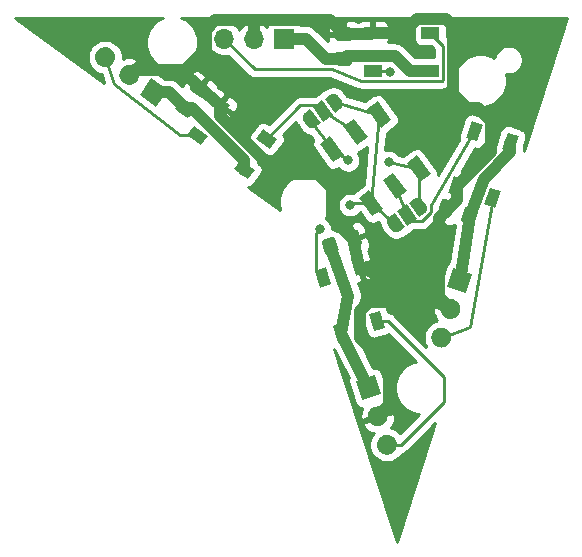
<source format=gbr>
%TF.GenerationSoftware,KiCad,Pcbnew,5.1.9*%
%TF.CreationDate,2021-01-26T18:39:52-05:00*%
%TF.ProjectId,penrosedart,70656e72-6f73-4656-9461-72742e6b6963,rev?*%
%TF.SameCoordinates,Original*%
%TF.FileFunction,Copper,L1,Top*%
%TF.FilePolarity,Positive*%
%FSLAX46Y46*%
G04 Gerber Fmt 4.6, Leading zero omitted, Abs format (unit mm)*
G04 Created by KiCad (PCBNEW 5.1.9) date 2021-01-26 18:39:52*
%MOMM*%
%LPD*%
G01*
G04 APERTURE LIST*
%TA.AperFunction,ComponentPad*%
%ADD10C,0.100000*%
%TD*%
%TA.AperFunction,SMDPad,CuDef*%
%ADD11C,0.100000*%
%TD*%
%TA.AperFunction,SMDPad,CuDef*%
%ADD12R,1.500000X1.000000*%
%TD*%
%TA.AperFunction,ComponentPad*%
%ADD13O,1.700000X1.700000*%
%TD*%
%TA.AperFunction,ComponentPad*%
%ADD14R,1.700000X1.700000*%
%TD*%
%TA.AperFunction,ViaPad*%
%ADD15C,0.800000*%
%TD*%
%TA.AperFunction,Conductor*%
%ADD16C,1.000000*%
%TD*%
%TA.AperFunction,Conductor*%
%ADD17C,0.250000*%
%TD*%
%TA.AperFunction,Conductor*%
%ADD18C,0.254000*%
%TD*%
%TA.AperFunction,Conductor*%
%ADD19C,0.100000*%
%TD*%
G04 APERTURE END LIST*
%TO.P,J1,3*%
%TO.N,Net-(D1-Pad2)*%
%TA.AperFunction,ComponentPad*%
G36*
G01*
X135750333Y-77567649D02*
X135750333Y-77567649D01*
G75*
G02*
X135938380Y-78754930I-499617J-687664D01*
G01*
X135938380Y-78754930D01*
G75*
G02*
X134751099Y-78942977I-687664J499617D01*
G01*
X134751099Y-78942977D01*
G75*
G02*
X134563052Y-77755696I499617J687664D01*
G01*
X134563052Y-77755696D01*
G75*
G02*
X135750333Y-77567649I687664J-499617D01*
G01*
G37*
%TD.AperFunction*%
%TO.P,J1,2*%
%TO.N,VCC*%
%TA.AperFunction,ComponentPad*%
G36*
G01*
X137805236Y-79060623D02*
X137805236Y-79060623D01*
G75*
G02*
X137993283Y-80247904I-499617J-687664D01*
G01*
X137993283Y-80247904D01*
G75*
G02*
X136806002Y-80435951I-687664J499617D01*
G01*
X136806002Y-80435951D01*
G75*
G02*
X136617955Y-79248670I499617J687664D01*
G01*
X136617955Y-79248670D01*
G75*
G02*
X137805236Y-79060623I687664J-499617D01*
G01*
G37*
%TD.AperFunction*%
%TA.AperFunction,ComponentPad*%
D10*
%TO.P,J1,1*%
%TO.N,GND*%
G36*
X139172475Y-80053980D02*
G01*
X140547804Y-81053215D01*
X139548569Y-82428544D01*
X138173240Y-81429309D01*
X139172475Y-80053980D01*
G37*
%TD.AperFunction*%
%TD*%
%TO.P,C1,2*%
%TO.N,VCC*%
%TA.AperFunction,SMDPad,CuDef*%
G36*
G01*
X143295187Y-81652340D02*
X142526620Y-81093944D01*
G75*
G02*
X142471312Y-80744744I146946J202254D01*
G01*
X142868067Y-80198658D01*
G75*
G02*
X143217267Y-80143350I202254J-146946D01*
G01*
X143985834Y-80701746D01*
G75*
G02*
X144041142Y-81050946I-146946J-202254D01*
G01*
X143644387Y-81597032D01*
G75*
G02*
X143295187Y-81652340I-202254J146946D01*
G01*
G37*
%TD.AperFunction*%
%TO.P,C1,1*%
%TO.N,GND*%
%TA.AperFunction,SMDPad,CuDef*%
G36*
G01*
X142075533Y-83331050D02*
X141306966Y-82772654D01*
G75*
G02*
X141251658Y-82423454I146946J202254D01*
G01*
X141648413Y-81877368D01*
G75*
G02*
X141997613Y-81822060I202254J-146946D01*
G01*
X142766180Y-82380456D01*
G75*
G02*
X142821488Y-82729656I-146946J-202254D01*
G01*
X142424733Y-83275742D01*
G75*
G02*
X142075533Y-83331050I-202254J146946D01*
G01*
G37*
%TD.AperFunction*%
%TD*%
%TO.P,C2,1*%
%TO.N,GND*%
%TA.AperFunction,SMDPad,CuDef*%
G36*
G01*
X166817650Y-91414200D02*
X166524084Y-92317704D01*
G75*
G02*
X166209066Y-92478214I-237764J77254D01*
G01*
X165567102Y-92269628D01*
G75*
G02*
X165406592Y-91954610I77254J237764D01*
G01*
X165700158Y-91051106D01*
G75*
G02*
X166015176Y-90890596I237764J-77254D01*
G01*
X166657140Y-91099182D01*
G75*
G02*
X166817650Y-91414200I-77254J-237764D01*
G01*
G37*
%TD.AperFunction*%
%TO.P,C2,2*%
%TO.N,VCC*%
%TA.AperFunction,SMDPad,CuDef*%
G36*
G01*
X164844208Y-90772990D02*
X164550642Y-91676494D01*
G75*
G02*
X164235624Y-91837004I-237764J77254D01*
G01*
X163593660Y-91628418D01*
G75*
G02*
X163433150Y-91313400I77254J237764D01*
G01*
X163726716Y-90409896D01*
G75*
G02*
X164041734Y-90249386I237764J-77254D01*
G01*
X164683698Y-90457972D01*
G75*
G02*
X164844208Y-90772990I-77254J-237764D01*
G01*
G37*
%TD.AperFunction*%
%TD*%
%TO.P,C3,2*%
%TO.N,VCC*%
%TA.AperFunction,SMDPad,CuDef*%
G36*
G01*
X155870358Y-94267294D02*
X155576792Y-93363790D01*
G75*
G02*
X155737302Y-93048772I237764J77254D01*
G01*
X156379266Y-92840186D01*
G75*
G02*
X156694284Y-93000696I77254J-237764D01*
G01*
X156987850Y-93904200D01*
G75*
G02*
X156827340Y-94219218I-237764J-77254D01*
G01*
X156185376Y-94427804D01*
G75*
G02*
X155870358Y-94267294I-77254J237764D01*
G01*
G37*
%TD.AperFunction*%
%TO.P,C3,1*%
%TO.N,GND*%
%TA.AperFunction,SMDPad,CuDef*%
G36*
G01*
X153896916Y-94908504D02*
X153603350Y-94005000D01*
G75*
G02*
X153763860Y-93689982I237764J77254D01*
G01*
X154405824Y-93481396D01*
G75*
G02*
X154720842Y-93641906I77254J-237764D01*
G01*
X155014408Y-94545410D01*
G75*
G02*
X154853898Y-94860428I-237764J-77254D01*
G01*
X154211934Y-95069014D01*
G75*
G02*
X153896916Y-94908504I-77254J237764D01*
G01*
G37*
%TD.AperFunction*%
%TD*%
%TO.P,C4,1*%
%TO.N,GND*%
%TA.AperFunction,SMDPad,CuDef*%
G36*
G01*
X155923000Y-78968000D02*
X154973000Y-78968000D01*
G75*
G02*
X154723000Y-78718000I0J250000D01*
G01*
X154723000Y-78043000D01*
G75*
G02*
X154973000Y-77793000I250000J0D01*
G01*
X155923000Y-77793000D01*
G75*
G02*
X156173000Y-78043000I0J-250000D01*
G01*
X156173000Y-78718000D01*
G75*
G02*
X155923000Y-78968000I-250000J0D01*
G01*
G37*
%TD.AperFunction*%
%TO.P,C4,2*%
%TO.N,VCC*%
%TA.AperFunction,SMDPad,CuDef*%
G36*
G01*
X155923000Y-76893000D02*
X154973000Y-76893000D01*
G75*
G02*
X154723000Y-76643000I0J250000D01*
G01*
X154723000Y-75968000D01*
G75*
G02*
X154973000Y-75718000I250000J0D01*
G01*
X155923000Y-75718000D01*
G75*
G02*
X156173000Y-75968000I0J-250000D01*
G01*
X156173000Y-76643000D01*
G75*
G02*
X155923000Y-76893000I-250000J0D01*
G01*
G37*
%TD.AperFunction*%
%TD*%
%TA.AperFunction,SMDPad,CuDef*%
D11*
%TO.P,D1,3*%
%TO.N,GND*%
G36*
X147949478Y-87799901D02*
G01*
X147361693Y-88608918D01*
X146148168Y-87727241D01*
X146735953Y-86918224D01*
X147949478Y-87799901D01*
G37*
%TD.AperFunction*%
%TA.AperFunction,SMDPad,CuDef*%
%TO.P,D1,4*%
%TO.N,Net-(D1-Pad4)*%
G36*
X149830391Y-85211047D02*
G01*
X149242606Y-86020064D01*
X148029081Y-85138387D01*
X148616866Y-84329370D01*
X149830391Y-85211047D01*
G37*
%TD.AperFunction*%
%TA.AperFunction,SMDPad,CuDef*%
%TO.P,D1,2*%
%TO.N,Net-(D1-Pad2)*%
G36*
X143985295Y-84919753D02*
G01*
X143397510Y-85728770D01*
X142183985Y-84847093D01*
X142771770Y-84038076D01*
X143985295Y-84919753D01*
G37*
%TD.AperFunction*%
%TA.AperFunction,SMDPad,CuDef*%
%TO.P,D1,1*%
%TO.N,VCC*%
G36*
X145866208Y-82330899D02*
G01*
X145278423Y-83139916D01*
X144064898Y-82258239D01*
X144652683Y-81449222D01*
X145866208Y-82330899D01*
G37*
%TD.AperFunction*%
%TD*%
%TA.AperFunction,SMDPad,CuDef*%
%TO.P,D2,1*%
%TO.N,VCC*%
G36*
X164768742Y-88306785D02*
G01*
X165719799Y-88615802D01*
X165256274Y-90042387D01*
X164305217Y-89733370D01*
X164768742Y-88306785D01*
G37*
%TD.AperFunction*%
%TA.AperFunction,SMDPad,CuDef*%
%TO.P,D2,2*%
%TO.N,Net-(D2-Pad2)*%
G36*
X167812123Y-89295640D02*
G01*
X168763180Y-89604657D01*
X168299655Y-91031242D01*
X167348598Y-90722225D01*
X167812123Y-89295640D01*
G37*
%TD.AperFunction*%
%TA.AperFunction,SMDPad,CuDef*%
%TO.P,D2,4*%
%TO.N,Net-(D2-Pad4)*%
G36*
X166282925Y-83646608D02*
G01*
X167233982Y-83955625D01*
X166770457Y-85382210D01*
X165819400Y-85073193D01*
X166282925Y-83646608D01*
G37*
%TD.AperFunction*%
%TA.AperFunction,SMDPad,CuDef*%
%TO.P,D2,3*%
%TO.N,GND*%
G36*
X169326306Y-84635463D02*
G01*
X170277363Y-84944480D01*
X169813838Y-86371065D01*
X168862781Y-86062048D01*
X169326306Y-84635463D01*
G37*
%TD.AperFunction*%
%TD*%
%TA.AperFunction,SMDPad,CuDef*%
%TO.P,D3,1*%
%TO.N,VCC*%
G36*
X157461615Y-96482885D02*
G01*
X156510558Y-96791902D01*
X156047033Y-95365317D01*
X156998090Y-95056300D01*
X157461615Y-96482885D01*
G37*
%TD.AperFunction*%
%TA.AperFunction,SMDPad,CuDef*%
%TO.P,D3,2*%
%TO.N,Net-(D3-Pad2)*%
G36*
X154418234Y-97471740D02*
G01*
X153467177Y-97780757D01*
X153003652Y-96354172D01*
X153954709Y-96045155D01*
X154418234Y-97471740D01*
G37*
%TD.AperFunction*%
%TA.AperFunction,SMDPad,CuDef*%
%TO.P,D3,4*%
%TO.N,Net-(D3-Pad4)*%
G36*
X158975798Y-101143062D02*
G01*
X158024741Y-101452079D01*
X157561216Y-100025494D01*
X158512273Y-99716477D01*
X158975798Y-101143062D01*
G37*
%TD.AperFunction*%
%TA.AperFunction,SMDPad,CuDef*%
%TO.P,D3,3*%
%TO.N,GND*%
G36*
X155932417Y-102131917D02*
G01*
X154981360Y-102440934D01*
X154517835Y-101014349D01*
X155468892Y-100705332D01*
X155932417Y-102131917D01*
G37*
%TD.AperFunction*%
%TD*%
D12*
%TO.P,D4,3*%
%TO.N,GND*%
X162800826Y-79406432D03*
%TO.P,D4,4*%
%TO.N,Net-(D4-Pad4)*%
X162800826Y-76206432D03*
%TO.P,D4,2*%
%TO.N,Net-(D4-Pad2)*%
X157900826Y-79406432D03*
%TO.P,D4,1*%
%TO.N,VCC*%
X157900826Y-76206432D03*
%TD*%
%TA.AperFunction,ComponentPad*%
D10*
%TO.P,J2,1*%
%TO.N,GND*%
G36*
X164212856Y-97707416D02*
G01*
X164738184Y-96090620D01*
X166354980Y-96615948D01*
X165829652Y-98232744D01*
X164212856Y-97707416D01*
G37*
%TD.AperFunction*%
%TO.P,J2,2*%
%TO.N,VCC*%
%TA.AperFunction,ComponentPad*%
G36*
G01*
X163690617Y-99314702D02*
X163690617Y-99314702D01*
G75*
G02*
X164761679Y-98768968I808398J-262664D01*
G01*
X164761679Y-98768968D01*
G75*
G02*
X165307413Y-99840030I-262664J-808398D01*
G01*
X165307413Y-99840030D01*
G75*
G02*
X164236351Y-100385764I-808398J262664D01*
G01*
X164236351Y-100385764D01*
G75*
G02*
X163690617Y-99314702I262664J808398D01*
G01*
G37*
%TD.AperFunction*%
%TO.P,J2,3*%
%TO.N,Net-(D2-Pad2)*%
%TA.AperFunction,ComponentPad*%
G36*
G01*
X162905714Y-101730385D02*
X162905714Y-101730385D01*
G75*
G02*
X163976776Y-101184651I808398J-262664D01*
G01*
X163976776Y-101184651D01*
G75*
G02*
X164522510Y-102255713I-262664J-808398D01*
G01*
X164522510Y-102255713D01*
G75*
G02*
X163451448Y-102801447I-808398J262664D01*
G01*
X163451448Y-102801447D01*
G75*
G02*
X162905714Y-101730385I262664J808398D01*
G01*
G37*
%TD.AperFunction*%
%TD*%
%TA.AperFunction,ComponentPad*%
%TO.P,J3,1*%
%TO.N,GND*%
G36*
X156993925Y-107312459D02*
G01*
X156468597Y-105695663D01*
X158085393Y-105170335D01*
X158610721Y-106787131D01*
X156993925Y-107312459D01*
G37*
%TD.AperFunction*%
%TO.P,J3,2*%
%TO.N,VCC*%
%TA.AperFunction,ComponentPad*%
G36*
G01*
X157516164Y-108919745D02*
X157516164Y-108919745D01*
G75*
G02*
X158061898Y-107848683I808398J262664D01*
G01*
X158061898Y-107848683D01*
G75*
G02*
X159132960Y-108394417I262664J-808398D01*
G01*
X159132960Y-108394417D01*
G75*
G02*
X158587226Y-109465479I-808398J-262664D01*
G01*
X158587226Y-109465479D01*
G75*
G02*
X157516164Y-108919745I-262664J808398D01*
G01*
G37*
%TD.AperFunction*%
%TO.P,J3,3*%
%TO.N,Net-(D3-Pad4)*%
%TA.AperFunction,ComponentPad*%
G36*
G01*
X158301067Y-111335428D02*
X158301067Y-111335428D01*
G75*
G02*
X158846801Y-110264366I808398J262664D01*
G01*
X158846801Y-110264366D01*
G75*
G02*
X159917863Y-110810100I262664J-808398D01*
G01*
X159917863Y-110810100D01*
G75*
G02*
X159372129Y-111881162I-808398J-262664D01*
G01*
X159372129Y-111881162D01*
G75*
G02*
X158301067Y-111335428I-262664J808398D01*
G01*
G37*
%TD.AperFunction*%
%TD*%
D13*
%TO.P,J4,3*%
%TO.N,Net-(D4-Pad4)*%
X145310085Y-76679340D03*
%TO.P,J4,2*%
%TO.N,VCC*%
X147850085Y-76679340D03*
D14*
%TO.P,J4,1*%
%TO.N,GND*%
X150390085Y-76679340D03*
%TD*%
%TA.AperFunction,SMDPad,CuDef*%
D11*
%TO.P,JP1,2*%
%TO.N,Net-(D2-Pad4)*%
G36*
X160771070Y-90717145D02*
G01*
X161652747Y-91930670D01*
X160843730Y-92518455D01*
X159962053Y-91304930D01*
X160771070Y-90717145D01*
G37*
%TD.AperFunction*%
%TA.AperFunction,SMDPad,CuDef*%
%TO.P,JP1,3*%
%TO.N,Net-(D3-Pad2)*%
G36*
X160196163Y-92988197D02*
G01*
X160176315Y-93002617D01*
X160133982Y-93027428D01*
X160089422Y-93047971D01*
X160043062Y-93064047D01*
X159995350Y-93075502D01*
X159946746Y-93082224D01*
X159897716Y-93084152D01*
X159848734Y-93081263D01*
X159800269Y-93073586D01*
X159752792Y-93061198D01*
X159706757Y-93044214D01*
X159662608Y-93022801D01*
X159620771Y-92997163D01*
X159581648Y-92967548D01*
X159545617Y-92934240D01*
X159513024Y-92897562D01*
X159498603Y-92877714D01*
X159498116Y-92878068D01*
X159204223Y-92473559D01*
X159204710Y-92473206D01*
X159190289Y-92453357D01*
X159165479Y-92411025D01*
X159144935Y-92366465D01*
X159128860Y-92320105D01*
X159117404Y-92272393D01*
X159110683Y-92223788D01*
X159108755Y-92174758D01*
X159111644Y-92125776D01*
X159119320Y-92077311D01*
X159131709Y-92029834D01*
X159148693Y-91983799D01*
X159170106Y-91939651D01*
X159195744Y-91897814D01*
X159225359Y-91858691D01*
X159258667Y-91822660D01*
X159295344Y-91790066D01*
X159315193Y-91775645D01*
X159314839Y-91775158D01*
X159759798Y-91451876D01*
X160641476Y-92665402D01*
X160196517Y-92988684D01*
X160196163Y-92988197D01*
G37*
%TD.AperFunction*%
%TA.AperFunction,SMDPad,CuDef*%
%TO.P,JP1,1*%
%TO.N,Net-(D4-Pad2)*%
G36*
X160973324Y-90570198D02*
G01*
X161418283Y-90246916D01*
X161418637Y-90247403D01*
X161438485Y-90232983D01*
X161480818Y-90208172D01*
X161525378Y-90187629D01*
X161571738Y-90171553D01*
X161619450Y-90160098D01*
X161668054Y-90153376D01*
X161717084Y-90151448D01*
X161766066Y-90154337D01*
X161814531Y-90162014D01*
X161862008Y-90174402D01*
X161908043Y-90191386D01*
X161952192Y-90212799D01*
X161994029Y-90238437D01*
X162033152Y-90268052D01*
X162069183Y-90301360D01*
X162101776Y-90338038D01*
X162116197Y-90357886D01*
X162116684Y-90357532D01*
X162410577Y-90762041D01*
X162410090Y-90762394D01*
X162424511Y-90782243D01*
X162449321Y-90824575D01*
X162469865Y-90869135D01*
X162485940Y-90915495D01*
X162497396Y-90963207D01*
X162504117Y-91011812D01*
X162506045Y-91060842D01*
X162503156Y-91109824D01*
X162495480Y-91158289D01*
X162483091Y-91205766D01*
X162466107Y-91251801D01*
X162444694Y-91295949D01*
X162419056Y-91337786D01*
X162389441Y-91376909D01*
X162356133Y-91412940D01*
X162319456Y-91445534D01*
X162299607Y-91459955D01*
X162299961Y-91460442D01*
X161855002Y-91783724D01*
X160973324Y-90570198D01*
G37*
%TD.AperFunction*%
%TD*%
%TA.AperFunction,SMDPad,CuDef*%
%TO.P,JP2,1*%
%TO.N,Net-(D3-Pad2)*%
G36*
X153835924Y-81756398D02*
G01*
X154280883Y-81433116D01*
X154281237Y-81433603D01*
X154301085Y-81419183D01*
X154343418Y-81394372D01*
X154387978Y-81373829D01*
X154434338Y-81357753D01*
X154482050Y-81346298D01*
X154530654Y-81339576D01*
X154579684Y-81337648D01*
X154628666Y-81340537D01*
X154677131Y-81348214D01*
X154724608Y-81360602D01*
X154770643Y-81377586D01*
X154814792Y-81398999D01*
X154856629Y-81424637D01*
X154895752Y-81454252D01*
X154931783Y-81487560D01*
X154964376Y-81524238D01*
X154978797Y-81544086D01*
X154979284Y-81543732D01*
X155273177Y-81948241D01*
X155272690Y-81948594D01*
X155287111Y-81968443D01*
X155311921Y-82010775D01*
X155332465Y-82055335D01*
X155348540Y-82101695D01*
X155359996Y-82149407D01*
X155366717Y-82198012D01*
X155368645Y-82247042D01*
X155365756Y-82296024D01*
X155358080Y-82344489D01*
X155345691Y-82391966D01*
X155328707Y-82438001D01*
X155307294Y-82482149D01*
X155281656Y-82523986D01*
X155252041Y-82563109D01*
X155218733Y-82599140D01*
X155182056Y-82631734D01*
X155162207Y-82646155D01*
X155162561Y-82646642D01*
X154717602Y-82969924D01*
X153835924Y-81756398D01*
G37*
%TD.AperFunction*%
%TA.AperFunction,SMDPad,CuDef*%
%TO.P,JP2,3*%
%TO.N,Net-(D4-Pad2)*%
G36*
X153058763Y-84174397D02*
G01*
X153038915Y-84188817D01*
X152996582Y-84213628D01*
X152952022Y-84234171D01*
X152905662Y-84250247D01*
X152857950Y-84261702D01*
X152809346Y-84268424D01*
X152760316Y-84270352D01*
X152711334Y-84267463D01*
X152662869Y-84259786D01*
X152615392Y-84247398D01*
X152569357Y-84230414D01*
X152525208Y-84209001D01*
X152483371Y-84183363D01*
X152444248Y-84153748D01*
X152408217Y-84120440D01*
X152375624Y-84083762D01*
X152361203Y-84063914D01*
X152360716Y-84064268D01*
X152066823Y-83659759D01*
X152067310Y-83659406D01*
X152052889Y-83639557D01*
X152028079Y-83597225D01*
X152007535Y-83552665D01*
X151991460Y-83506305D01*
X151980004Y-83458593D01*
X151973283Y-83409988D01*
X151971355Y-83360958D01*
X151974244Y-83311976D01*
X151981920Y-83263511D01*
X151994309Y-83216034D01*
X152011293Y-83169999D01*
X152032706Y-83125851D01*
X152058344Y-83084014D01*
X152087959Y-83044891D01*
X152121267Y-83008860D01*
X152157944Y-82976266D01*
X152177793Y-82961845D01*
X152177439Y-82961358D01*
X152622398Y-82638076D01*
X153504076Y-83851602D01*
X153059117Y-84174884D01*
X153058763Y-84174397D01*
G37*
%TD.AperFunction*%
%TA.AperFunction,SMDPad,CuDef*%
%TO.P,JP2,2*%
%TO.N,Net-(D1-Pad4)*%
G36*
X153633670Y-81903345D02*
G01*
X154515347Y-83116870D01*
X153706330Y-83704655D01*
X152824653Y-82491130D01*
X153633670Y-81903345D01*
G37*
%TD.AperFunction*%
%TD*%
%TA.AperFunction,SMDPad,CuDef*%
%TO.P,SW1,1*%
%TO.N,Net-(D3-Pad2)*%
G36*
X157458999Y-82647554D02*
G01*
X158348918Y-82000991D01*
X159495099Y-83578574D01*
X158605180Y-84225137D01*
X157458999Y-82647554D01*
G37*
%TD.AperFunction*%
%TA.AperFunction,SMDPad,CuDef*%
%TO.P,SW1,2*%
%TO.N,Net-(D1-Pad4)*%
G36*
X155436457Y-84117017D02*
G01*
X156326376Y-83470454D01*
X157472557Y-85048037D01*
X156582638Y-85694600D01*
X155436457Y-84117017D01*
G37*
%TD.AperFunction*%
%TA.AperFunction,SMDPad,CuDef*%
%TO.P,SW1,3*%
%TO.N,Net-(D4-Pad2)*%
G36*
X153413914Y-85586480D02*
G01*
X154303833Y-84939917D01*
X155450014Y-86517500D01*
X154560095Y-87164063D01*
X153413914Y-85586480D01*
G37*
%TD.AperFunction*%
%TA.AperFunction,SMDPad,CuDef*%
%TO.P,SW1,4*%
G36*
X160779986Y-87218500D02*
G01*
X161669905Y-86571937D01*
X162816086Y-88149520D01*
X161926167Y-88796083D01*
X160779986Y-87218500D01*
G37*
%TD.AperFunction*%
%TA.AperFunction,SMDPad,CuDef*%
%TO.P,SW1,5*%
%TO.N,Net-(D2-Pad4)*%
G36*
X158757443Y-88687963D02*
G01*
X159647362Y-88041400D01*
X160793543Y-89618983D01*
X159903624Y-90265546D01*
X158757443Y-88687963D01*
G37*
%TD.AperFunction*%
%TA.AperFunction,SMDPad,CuDef*%
%TO.P,SW1,6*%
%TO.N,Net-(D3-Pad2)*%
G36*
X156734901Y-90157426D02*
G01*
X157624820Y-89510863D01*
X158771001Y-91088446D01*
X157881082Y-91735009D01*
X156734901Y-90157426D01*
G37*
%TD.AperFunction*%
%TD*%
D15*
%TO.N,Net-(D3-Pad2)*%
X156004938Y-90788949D03*
X153426405Y-92826595D03*
%TO.N,Net-(D4-Pad2)*%
X159258000Y-87122000D03*
X155829000Y-86995000D03*
X159412585Y-79506423D03*
%TD*%
D16*
%TO.N,VCC*%
X157801758Y-76305500D02*
X157900826Y-76206432D01*
X156282321Y-93633995D02*
X156754324Y-95924101D01*
X156754324Y-95924101D02*
X164499015Y-99577366D01*
X143256227Y-80897845D02*
X144965553Y-82294569D01*
X165012508Y-90381750D02*
X165012508Y-89174586D01*
X164499015Y-99577366D02*
X163512846Y-98591197D01*
X163512846Y-98591197D02*
X163512846Y-91881412D01*
X163512846Y-91881412D02*
X165012508Y-90381750D01*
X155448000Y-76305500D02*
X157801758Y-76305500D01*
X157900826Y-76206432D02*
X160290824Y-76206432D01*
X144965553Y-83212976D02*
X149927376Y-88174799D01*
X154496801Y-91848475D02*
X156282321Y-93633995D01*
X153300801Y-88174799D02*
X154496801Y-89370799D01*
X144965553Y-82294569D02*
X144965553Y-83212976D01*
X154496801Y-89370799D02*
X154496801Y-91848475D01*
X149927376Y-88174799D02*
X153300801Y-88174799D01*
X154271839Y-75129339D02*
X155448000Y-76305500D01*
X148198005Y-75129339D02*
X154271839Y-75129339D01*
X147850085Y-75477259D02*
X148198005Y-75129339D01*
X147850085Y-76679340D02*
X147850085Y-75477259D01*
X141712352Y-79353970D02*
X143256227Y-80897845D01*
X137699936Y-79353970D02*
X141712352Y-79353970D01*
X137305619Y-79748287D02*
X137699936Y-79353970D01*
X144566084Y-75129339D02*
X148198005Y-75129339D01*
X143760084Y-75935339D02*
X144566084Y-75129339D01*
X143760084Y-77575918D02*
X143760084Y-75935339D01*
X141982032Y-79353970D02*
X143760084Y-77575918D01*
X141712352Y-79353970D02*
X141982032Y-79353970D01*
X167933992Y-86253102D02*
X165012508Y-89174586D01*
X167933992Y-83665670D02*
X167933992Y-86253102D01*
X165926399Y-82538601D02*
X166806923Y-82538601D01*
X157900826Y-76206432D02*
X160470768Y-76206432D01*
X160470768Y-76206432D02*
X161670769Y-75006431D01*
X161670769Y-75006431D02*
X164110827Y-75006431D01*
X164110827Y-75006431D02*
X164730399Y-75626003D01*
X164730399Y-75626003D02*
X164730399Y-81342601D01*
X164730399Y-81342601D02*
X165926399Y-82538601D01*
X166806923Y-82538601D02*
X167933992Y-83665670D01*
X159310731Y-107670912D02*
X159310731Y-104442869D01*
X158324562Y-108657081D02*
X159310731Y-107670912D01*
X163938116Y-99016467D02*
X164499015Y-99577366D01*
X157580278Y-99016467D02*
X163938116Y-99016467D01*
X156861206Y-99735539D02*
X157580278Y-99016467D01*
X156861206Y-101993344D02*
X156861206Y-99735539D01*
X159310731Y-104442869D02*
X156861206Y-101993344D01*
D17*
%TO.N,GND*%
X162800826Y-79271430D02*
X162800826Y-79406432D01*
D16*
X157539659Y-106241397D02*
X155225126Y-101573133D01*
X155225126Y-101573133D02*
X155854400Y-98450400D01*
X155854400Y-98450400D02*
X154308879Y-94275205D01*
X165283918Y-97161682D02*
X166112121Y-91684405D01*
X159780984Y-78136590D02*
X161050826Y-79406432D01*
X155448000Y-78380500D02*
X155691910Y-78136590D01*
X155691910Y-78136590D02*
X159780984Y-78136590D01*
X161050826Y-79406432D02*
X162800826Y-79406432D01*
X166112121Y-91684405D02*
X167323576Y-88560588D01*
X167323576Y-88560588D02*
X169570072Y-86314092D01*
X169570072Y-86314092D02*
X169570072Y-85503264D01*
X140701280Y-81241262D02*
X142036573Y-82576555D01*
X139360522Y-81241262D02*
X140701280Y-81241262D01*
X147048823Y-86993316D02*
X147048823Y-87763571D01*
X142632062Y-82576555D02*
X147048823Y-86993316D01*
X142036573Y-82576555D02*
X142632062Y-82576555D01*
X150390085Y-76679340D02*
X152240085Y-76679340D01*
X152240085Y-76679340D02*
X153941245Y-78380500D01*
X153941245Y-78380500D02*
X155448000Y-78380500D01*
D17*
%TO.N,Net-(D1-Pad4)*%
X153670000Y-82804000D02*
X156454507Y-84582527D01*
X153179066Y-82313066D02*
X153670000Y-82804000D01*
X151791387Y-82313066D02*
X153179066Y-82313066D01*
X148929736Y-85174717D02*
X151791387Y-82313066D01*
%TO.N,Net-(D1-Pad2)*%
X135250716Y-78255313D02*
X136042400Y-80518000D01*
X136042400Y-80518000D02*
X141579600Y-84810600D01*
X141579600Y-84810600D02*
X143084640Y-84883423D01*
%TO.N,Net-(D2-Pad2)*%
X163714112Y-101993049D02*
X166116000Y-101092000D01*
X166116000Y-101092000D02*
X168055889Y-90163441D01*
%TO.N,Net-(D2-Pad4)*%
X162072777Y-92154740D02*
X161344340Y-92154740D01*
X162830211Y-91397306D02*
X162072777Y-92154740D01*
X162830211Y-90809319D02*
X162830211Y-91397306D01*
X161344340Y-92154740D02*
X160807400Y-91617800D01*
X166526691Y-84514409D02*
X162830211Y-90809319D01*
X159775493Y-89153473D02*
X160807400Y-91617800D01*
%TO.N,Net-(D3-Pad2)*%
X154721722Y-82039879D02*
X158477049Y-83113064D01*
X158477049Y-83113064D02*
X157752951Y-90622936D01*
X156170951Y-90622936D02*
X156004938Y-90788949D01*
X153115740Y-93137260D02*
X153426405Y-92826595D01*
X153115740Y-96317753D02*
X153115740Y-93137260D01*
X157752951Y-90622936D02*
X156170951Y-90622936D01*
X153710943Y-96912956D02*
X153115740Y-96317753D01*
X157752951Y-90622936D02*
X159755678Y-92381921D01*
%TO.N,Net-(D3-Pad4)*%
X159109465Y-111072764D02*
X160311546Y-111072764D01*
X160311546Y-111072764D02*
X163926201Y-107458109D01*
X163926201Y-107458109D02*
X163926201Y-105324199D01*
X163926201Y-105324199D02*
X159186280Y-100584278D01*
X159186280Y-100584278D02*
X158268507Y-100584278D01*
%TO.N,Net-(D4-Pad4)*%
X163875827Y-80166433D02*
X163875827Y-77281433D01*
X163875827Y-77281433D02*
X162800826Y-76206432D01*
X163810827Y-80231433D02*
X163875827Y-80166433D01*
X156890825Y-80231433D02*
X163810827Y-80231433D01*
X145310085Y-76679340D02*
X147923755Y-79293010D01*
X154437790Y-79293010D02*
X156890825Y-80231433D01*
X147923755Y-79293010D02*
X154437790Y-79293010D01*
%TO.N,Net-(D4-Pad2)*%
X152618278Y-83568121D02*
X154431964Y-86051990D01*
X159258000Y-87122000D02*
X161798036Y-87684010D01*
X154431964Y-86051990D02*
X155829000Y-86995000D01*
X161859122Y-90853679D02*
X161798036Y-87684010D01*
X159312594Y-79406432D02*
X159412585Y-79506423D01*
X157900826Y-79406432D02*
X159312594Y-79406432D01*
%TD*%
D18*
%TO.N,VCC*%
X170705072Y-86192267D02*
X170705072Y-85692973D01*
X170884206Y-85141655D01*
X170911012Y-85019477D01*
X170913468Y-84894417D01*
X170891479Y-84771281D01*
X170845889Y-84654801D01*
X170778452Y-84549453D01*
X170691758Y-84459286D01*
X170589138Y-84387765D01*
X170474538Y-84337637D01*
X169523481Y-84028620D01*
X169401303Y-84001814D01*
X169276243Y-83999358D01*
X169153107Y-84021347D01*
X169036627Y-84066937D01*
X168931279Y-84134374D01*
X168841112Y-84221069D01*
X168769591Y-84323688D01*
X168719463Y-84438288D01*
X168255938Y-85864873D01*
X168229132Y-85987051D01*
X168227873Y-86051159D01*
X166551294Y-87727739D01*
X166498996Y-87772688D01*
X166437999Y-87850559D01*
X166375293Y-87926966D01*
X166369160Y-87938440D01*
X166361128Y-87948694D01*
X166316487Y-88036984D01*
X166269900Y-88124142D01*
X166249888Y-88190111D01*
X166231542Y-88237419D01*
X166220888Y-88220776D01*
X166134194Y-88130608D01*
X166031575Y-88059087D01*
X165916974Y-88008960D01*
X165712261Y-87945674D01*
X165512227Y-88047596D01*
X165561283Y-87896619D01*
X165444270Y-87858599D01*
X166547096Y-85980545D01*
X166573282Y-85989053D01*
X166695460Y-86015859D01*
X166820520Y-86018315D01*
X166943656Y-85996326D01*
X167060136Y-85950736D01*
X167165484Y-85883299D01*
X167255651Y-85796604D01*
X167327172Y-85693985D01*
X167377300Y-85579385D01*
X167840825Y-84152800D01*
X167867631Y-84030622D01*
X167870087Y-83905562D01*
X167848098Y-83782426D01*
X167802508Y-83665946D01*
X167735071Y-83560598D01*
X167648377Y-83470431D01*
X167545757Y-83398910D01*
X167431157Y-83348782D01*
X166480100Y-83039765D01*
X166357922Y-83012959D01*
X166232862Y-83010503D01*
X166109726Y-83032492D01*
X165993246Y-83078082D01*
X165887898Y-83145519D01*
X165797731Y-83232214D01*
X165726210Y-83334833D01*
X165676082Y-83449433D01*
X165212557Y-84876018D01*
X165185751Y-84998196D01*
X165183295Y-85123256D01*
X165205284Y-85246392D01*
X165209375Y-85256843D01*
X163441640Y-88267204D01*
X163446302Y-88249336D01*
X163453666Y-88124469D01*
X163436528Y-88000565D01*
X163395547Y-87882385D01*
X163332297Y-87774471D01*
X162186116Y-86196888D01*
X162103029Y-86103387D01*
X162003297Y-86027891D01*
X161890753Y-85973304D01*
X161769722Y-85941721D01*
X161644855Y-85934357D01*
X161520951Y-85951495D01*
X161402770Y-85992476D01*
X161294856Y-86055726D01*
X160515612Y-86621879D01*
X160108413Y-86531782D01*
X160061937Y-86462226D01*
X159917774Y-86318063D01*
X159748256Y-86204795D01*
X159559898Y-86126774D01*
X159359939Y-86087000D01*
X159156061Y-86087000D01*
X158956102Y-86126774D01*
X158949738Y-86129410D01*
X159091360Y-84660607D01*
X159870148Y-84094785D01*
X159963650Y-84011698D01*
X160039145Y-83911966D01*
X160093733Y-83799422D01*
X160125315Y-83678390D01*
X160132679Y-83553523D01*
X160115541Y-83429619D01*
X160074560Y-83311439D01*
X160011310Y-83203525D01*
X158865129Y-81625942D01*
X158782042Y-81532441D01*
X158682310Y-81456945D01*
X158569766Y-81402358D01*
X158448735Y-81370775D01*
X158323868Y-81363411D01*
X158199964Y-81380549D01*
X158081783Y-81421530D01*
X157973869Y-81484780D01*
X157288253Y-81982908D01*
X155772312Y-81549688D01*
X155495495Y-81168683D01*
X155479197Y-81150346D01*
X155464743Y-81130452D01*
X155381653Y-81036947D01*
X155309678Y-80970414D01*
X155209948Y-80894920D01*
X155126375Y-80843706D01*
X155013830Y-80789118D01*
X154921870Y-80755192D01*
X154800837Y-80723609D01*
X154704028Y-80708276D01*
X154579163Y-80700912D01*
X154481220Y-80704760D01*
X154357312Y-80721898D01*
X154262003Y-80744780D01*
X154143820Y-80785764D01*
X154054808Y-80826800D01*
X153946911Y-80890038D01*
X153927033Y-80904479D01*
X153905833Y-80916905D01*
X153460874Y-81240187D01*
X153367373Y-81323274D01*
X153367045Y-81323707D01*
X153366535Y-81323884D01*
X153258621Y-81387134D01*
X153030235Y-81553066D01*
X151828712Y-81553066D01*
X151791387Y-81549390D01*
X151754062Y-81553066D01*
X151754054Y-81553066D01*
X151642401Y-81564063D01*
X151499140Y-81607520D01*
X151367111Y-81678092D01*
X151251386Y-81773065D01*
X151227588Y-81802063D01*
X149121989Y-83907663D01*
X148991915Y-83813159D01*
X148884001Y-83749909D01*
X148765821Y-83708928D01*
X148641916Y-83691790D01*
X148517049Y-83699154D01*
X148396018Y-83730736D01*
X148283474Y-83785324D01*
X148183742Y-83860819D01*
X148100655Y-83954321D01*
X147512870Y-84763338D01*
X147449620Y-84871252D01*
X147408639Y-84989432D01*
X147391501Y-85113337D01*
X147398865Y-85238204D01*
X147430447Y-85359235D01*
X147485035Y-85471779D01*
X147560530Y-85571511D01*
X147654032Y-85654598D01*
X148867557Y-86536275D01*
X148975471Y-86599525D01*
X149093651Y-86640506D01*
X149217556Y-86657644D01*
X149342423Y-86650280D01*
X149463454Y-86618698D01*
X149575998Y-86564110D01*
X149675730Y-86488615D01*
X149758817Y-86395113D01*
X150346602Y-85586096D01*
X150409852Y-85478182D01*
X150450833Y-85360002D01*
X150467971Y-85236097D01*
X150460607Y-85111230D01*
X150429025Y-84990199D01*
X150374437Y-84877655D01*
X150343056Y-84836199D01*
X151409933Y-83769321D01*
X151419469Y-83796819D01*
X151460505Y-83885832D01*
X151523750Y-83993738D01*
X151538188Y-84013610D01*
X151550612Y-84034808D01*
X151844505Y-84439317D01*
X151860803Y-84457654D01*
X151875257Y-84477548D01*
X151958347Y-84571053D01*
X152030322Y-84637586D01*
X152130052Y-84713080D01*
X152213625Y-84764294D01*
X152326170Y-84818882D01*
X152418130Y-84852808D01*
X152539163Y-84884391D01*
X152635972Y-84899724D01*
X152650165Y-84900561D01*
X152889061Y-85227733D01*
X152869868Y-85253088D01*
X152815280Y-85365632D01*
X152783698Y-85486664D01*
X152776334Y-85611531D01*
X152793472Y-85735435D01*
X152834453Y-85853615D01*
X152897703Y-85961529D01*
X154043884Y-87539112D01*
X154126971Y-87632613D01*
X154226703Y-87708109D01*
X154339247Y-87762696D01*
X154460278Y-87794279D01*
X154585145Y-87801643D01*
X154709049Y-87784505D01*
X154827230Y-87743524D01*
X154935144Y-87680274D01*
X155007147Y-87627961D01*
X155025063Y-87654774D01*
X155169226Y-87798937D01*
X155338744Y-87912205D01*
X155527102Y-87990226D01*
X155727061Y-88030000D01*
X155930939Y-88030000D01*
X156130898Y-87990226D01*
X156319256Y-87912205D01*
X156488774Y-87798937D01*
X156632937Y-87654774D01*
X156746205Y-87485256D01*
X156824226Y-87296898D01*
X156864000Y-87096939D01*
X156864000Y-86893061D01*
X156824226Y-86693102D01*
X156746205Y-86504744D01*
X156632937Y-86335226D01*
X156627193Y-86329482D01*
X156731592Y-86315042D01*
X156849773Y-86274061D01*
X156957687Y-86210811D01*
X157449279Y-85853649D01*
X157138640Y-89075393D01*
X156359852Y-89641215D01*
X156266350Y-89724302D01*
X156225975Y-89777639D01*
X156106877Y-89753949D01*
X155902999Y-89753949D01*
X155703040Y-89793723D01*
X155514682Y-89871744D01*
X155345164Y-89985012D01*
X155201001Y-90129175D01*
X155087733Y-90298693D01*
X155009712Y-90487051D01*
X154969938Y-90687010D01*
X154969938Y-90890888D01*
X155009712Y-91090847D01*
X155087733Y-91279205D01*
X155201001Y-91448723D01*
X155345164Y-91592886D01*
X155514682Y-91706154D01*
X155703040Y-91784175D01*
X155902999Y-91823949D01*
X156106877Y-91823949D01*
X156306836Y-91784175D01*
X156495194Y-91706154D01*
X156664712Y-91592886D01*
X156808875Y-91448723D01*
X156845049Y-91394584D01*
X157364871Y-92110058D01*
X157447958Y-92203559D01*
X157547690Y-92279055D01*
X157660234Y-92333642D01*
X157781265Y-92365225D01*
X157906132Y-92372589D01*
X158030036Y-92355451D01*
X158148217Y-92314470D01*
X158256131Y-92251220D01*
X158365070Y-92172071D01*
X158475711Y-92269247D01*
X158475867Y-92273223D01*
X158493005Y-92397130D01*
X158515887Y-92492439D01*
X158556869Y-92610619D01*
X158597905Y-92699632D01*
X158661150Y-92807538D01*
X158675588Y-92827410D01*
X158688012Y-92848608D01*
X158981905Y-93253117D01*
X158998203Y-93271454D01*
X159012657Y-93291348D01*
X159095747Y-93384853D01*
X159167722Y-93451386D01*
X159267452Y-93526880D01*
X159351025Y-93578094D01*
X159463570Y-93632682D01*
X159555530Y-93666608D01*
X159676563Y-93698191D01*
X159773372Y-93713524D01*
X159898237Y-93720888D01*
X159996180Y-93717040D01*
X160120088Y-93699902D01*
X160215397Y-93677020D01*
X160333580Y-93636036D01*
X160422592Y-93595000D01*
X160530489Y-93531762D01*
X160550367Y-93517321D01*
X160571567Y-93504895D01*
X161016526Y-93181613D01*
X161110027Y-93098526D01*
X161110355Y-93098093D01*
X161110865Y-93097916D01*
X161218779Y-93034666D01*
X161383843Y-92914740D01*
X162035455Y-92914740D01*
X162072777Y-92918416D01*
X162110099Y-92914740D01*
X162110110Y-92914740D01*
X162221763Y-92903743D01*
X162365024Y-92860286D01*
X162497053Y-92789714D01*
X162612778Y-92694741D01*
X162636580Y-92665738D01*
X163148698Y-92153622D01*
X163158721Y-92158006D01*
X163446651Y-92248330D01*
X163646688Y-92146406D01*
X163978650Y-91124734D01*
X163959629Y-91118554D01*
X164038118Y-90876985D01*
X164057140Y-90883166D01*
X164063320Y-90864145D01*
X164304889Y-90942634D01*
X164298708Y-90961656D01*
X164317729Y-90967836D01*
X164239240Y-91209405D01*
X164220218Y-91203224D01*
X163888257Y-92224897D01*
X163990180Y-92424933D01*
X164276212Y-92521101D01*
X164398390Y-92547908D01*
X164523450Y-92550364D01*
X164646586Y-92528374D01*
X164763066Y-92482785D01*
X164849987Y-92427143D01*
X164851376Y-92430693D01*
X164377015Y-95567858D01*
X164343157Y-95589531D01*
X164252990Y-95676226D01*
X164181469Y-95778845D01*
X164131341Y-95893445D01*
X163606013Y-97510241D01*
X163579207Y-97632419D01*
X163576751Y-97757479D01*
X163598740Y-97880615D01*
X163644330Y-97997095D01*
X163711767Y-98102443D01*
X163798462Y-98192610D01*
X163867601Y-98240797D01*
X163764247Y-98286880D01*
X163526604Y-98455023D01*
X163326331Y-98666297D01*
X163238375Y-98792503D01*
X163282718Y-99048631D01*
X164417476Y-99417337D01*
X164423656Y-99398316D01*
X164665225Y-99476805D01*
X164659044Y-99495827D01*
X164678065Y-99502007D01*
X164599576Y-99743576D01*
X164580554Y-99737395D01*
X164574374Y-99756416D01*
X164332805Y-99677927D01*
X164338986Y-99658905D01*
X163204228Y-99290200D01*
X163017805Y-99471348D01*
X163014780Y-99625150D01*
X163052621Y-99913792D01*
X163146047Y-100189505D01*
X163291466Y-100441694D01*
X163381982Y-100545021D01*
X163280954Y-100565117D01*
X163010701Y-100677059D01*
X162767480Y-100839574D01*
X162560637Y-101046417D01*
X162398122Y-101289638D01*
X162286180Y-101559891D01*
X162229112Y-101846789D01*
X162229112Y-102139309D01*
X162286180Y-102426207D01*
X162398122Y-102696460D01*
X162448179Y-102771375D01*
X159750084Y-100073281D01*
X159726281Y-100044277D01*
X159610556Y-99949304D01*
X159478527Y-99878732D01*
X159335266Y-99835275D01*
X159223613Y-99824278D01*
X159223602Y-99824278D01*
X159218030Y-99823729D01*
X159119116Y-99519302D01*
X159068988Y-99404702D01*
X158997467Y-99302082D01*
X158907300Y-99215388D01*
X158801952Y-99147951D01*
X158685472Y-99102361D01*
X158562336Y-99080372D01*
X158437276Y-99082828D01*
X158315098Y-99109634D01*
X157364041Y-99418651D01*
X157249441Y-99468779D01*
X157146822Y-99540300D01*
X157060127Y-99630467D01*
X156992690Y-99735815D01*
X156947100Y-99852295D01*
X156925111Y-99975431D01*
X156927567Y-100100491D01*
X156954373Y-100222669D01*
X157417898Y-101649254D01*
X157468026Y-101763854D01*
X157539547Y-101866474D01*
X157629714Y-101953168D01*
X157735062Y-102020605D01*
X157851542Y-102066195D01*
X157974678Y-102088184D01*
X158099738Y-102085728D01*
X158221916Y-102058922D01*
X159172973Y-101749905D01*
X159245417Y-101718217D01*
X161580330Y-104053130D01*
X161349275Y-104099090D01*
X160942531Y-104267569D01*
X160576471Y-104512162D01*
X160265162Y-104823471D01*
X160020569Y-105189531D01*
X159852090Y-105596275D01*
X159766200Y-106028072D01*
X159766200Y-106468328D01*
X159852090Y-106900125D01*
X160020569Y-107306869D01*
X160265162Y-107672929D01*
X160576471Y-107984238D01*
X160942531Y-108228831D01*
X161349275Y-108397310D01*
X161781072Y-108483200D01*
X161826308Y-108483200D01*
X160223158Y-110086350D01*
X160056097Y-109919289D01*
X159812876Y-109756774D01*
X159542623Y-109644832D01*
X159441595Y-109624736D01*
X159532111Y-109521409D01*
X159677530Y-109269220D01*
X159770956Y-108993507D01*
X159808797Y-108704865D01*
X159805772Y-108551063D01*
X159619349Y-108369915D01*
X158484591Y-108738620D01*
X158490772Y-108757642D01*
X158249203Y-108836131D01*
X158243023Y-108817110D01*
X157108265Y-109185816D01*
X157063922Y-109441944D01*
X157151878Y-109568150D01*
X157352151Y-109779424D01*
X157589794Y-109947567D01*
X157855674Y-110066116D01*
X157986360Y-110095762D01*
X157955990Y-110126132D01*
X157793475Y-110369353D01*
X157681533Y-110639606D01*
X157624465Y-110926504D01*
X157624465Y-111219024D01*
X157681533Y-111505922D01*
X157793475Y-111776175D01*
X157955990Y-112019396D01*
X158162833Y-112226239D01*
X158406054Y-112388754D01*
X158676307Y-112500696D01*
X158963205Y-112557764D01*
X159255725Y-112557764D01*
X159542623Y-112500696D01*
X159812876Y-112388754D01*
X160056097Y-112226239D01*
X160262940Y-112019396D01*
X160390374Y-111828677D01*
X160460532Y-111821767D01*
X160603793Y-111778310D01*
X160735822Y-111707738D01*
X160851547Y-111612765D01*
X160875350Y-111583761D01*
X163209028Y-109250084D01*
X159935449Y-119319606D01*
X154617643Y-102962066D01*
X154660528Y-102989518D01*
X155881782Y-105452710D01*
X155854481Y-105522464D01*
X155832492Y-105645600D01*
X155834948Y-105770660D01*
X155861754Y-105892838D01*
X156387082Y-107509634D01*
X156437210Y-107624234D01*
X156508731Y-107726853D01*
X156598898Y-107813548D01*
X156704246Y-107880985D01*
X156820726Y-107926575D01*
X156943862Y-107948564D01*
X157028122Y-107946909D01*
X156971594Y-108044942D01*
X156878168Y-108320655D01*
X156840327Y-108609297D01*
X156843352Y-108763099D01*
X157029775Y-108944247D01*
X158164533Y-108575542D01*
X158158352Y-108556520D01*
X158399921Y-108478031D01*
X158406101Y-108497052D01*
X159540859Y-108128346D01*
X159585202Y-107872218D01*
X159497246Y-107746012D01*
X159296973Y-107534738D01*
X159059330Y-107366595D01*
X158955976Y-107320512D01*
X159025115Y-107272325D01*
X159111810Y-107182158D01*
X159179247Y-107076810D01*
X159224837Y-106960330D01*
X159246826Y-106837194D01*
X159244370Y-106712134D01*
X159217564Y-106589956D01*
X158692236Y-104973160D01*
X158642108Y-104858560D01*
X158570587Y-104755941D01*
X158480420Y-104669246D01*
X158375072Y-104601809D01*
X158258592Y-104556219D01*
X158135456Y-104534230D01*
X158010396Y-104536686D01*
X157966121Y-104546400D01*
X156414449Y-101416778D01*
X156952007Y-98749179D01*
X156963671Y-98715424D01*
X156974042Y-98639835D01*
X156978047Y-98619958D01*
X156981616Y-98584623D01*
X156994060Y-98493924D01*
X156992836Y-98473554D01*
X156994887Y-98453253D01*
X156986143Y-98362143D01*
X156980653Y-98270751D01*
X156975478Y-98251008D01*
X156973529Y-98230700D01*
X156947177Y-98143038D01*
X156938169Y-98108673D01*
X156931129Y-98089656D01*
X156909165Y-98016590D01*
X156892408Y-97985051D01*
X156677807Y-97405310D01*
X156707734Y-97398744D01*
X156910548Y-97329616D01*
X157012472Y-97129579D01*
X156672785Y-96084130D01*
X156653763Y-96090311D01*
X156626253Y-96005640D01*
X156914353Y-96005640D01*
X157254040Y-97051089D01*
X157454077Y-97153013D01*
X157658790Y-97089727D01*
X157773391Y-97039600D01*
X157876010Y-96968079D01*
X157962704Y-96877911D01*
X158030141Y-96772563D01*
X158075730Y-96656084D01*
X158097720Y-96532948D01*
X158095265Y-96407888D01*
X158068458Y-96285710D01*
X157922075Y-95845131D01*
X157722038Y-95743207D01*
X156914353Y-96005640D01*
X156626253Y-96005640D01*
X156575274Y-95848742D01*
X156594295Y-95842562D01*
X156588114Y-95823540D01*
X156829683Y-95745051D01*
X156835863Y-95764072D01*
X157643548Y-95501639D01*
X157745472Y-95301602D01*
X157604932Y-94859125D01*
X157554805Y-94744524D01*
X157483283Y-94641905D01*
X157472800Y-94631826D01*
X157479499Y-94627157D01*
X157566193Y-94536989D01*
X157633630Y-94431642D01*
X157679219Y-94315162D01*
X157701210Y-94192026D01*
X157698754Y-94066966D01*
X157671947Y-93944788D01*
X157533289Y-93527986D01*
X157333253Y-93426062D01*
X156442350Y-93715534D01*
X156448531Y-93734556D01*
X156206962Y-93813045D01*
X156200782Y-93794024D01*
X156181760Y-93800205D01*
X156103271Y-93558636D01*
X156122292Y-93552456D01*
X155790330Y-92530784D01*
X155636283Y-92452293D01*
X156031899Y-92452293D01*
X156363860Y-93473966D01*
X157254762Y-93184494D01*
X157356686Y-92984457D01*
X157223872Y-92565756D01*
X157173745Y-92451156D01*
X157102223Y-92348536D01*
X157012055Y-92261843D01*
X156906708Y-92194405D01*
X156790228Y-92148816D01*
X156667092Y-92126826D01*
X156542032Y-92129282D01*
X156419854Y-92156089D01*
X156133822Y-92252257D01*
X156031899Y-92452293D01*
X155636283Y-92452293D01*
X155590293Y-92428860D01*
X155302363Y-92519184D01*
X155187762Y-92569311D01*
X155085143Y-92640833D01*
X154998449Y-92731001D01*
X154931012Y-92836348D01*
X154893397Y-92932454D01*
X154886255Y-92927882D01*
X154724138Y-92864431D01*
X154552756Y-92833826D01*
X154461405Y-92835620D01*
X154461405Y-92724656D01*
X154421631Y-92524697D01*
X154343610Y-92336339D01*
X154230342Y-92166821D01*
X154086179Y-92022658D01*
X153920447Y-91911920D01*
X153932838Y-91899529D01*
X154177431Y-91533469D01*
X154345910Y-91126725D01*
X154431800Y-90694928D01*
X154431800Y-90254672D01*
X154345910Y-89822875D01*
X154177431Y-89416131D01*
X153932838Y-89050071D01*
X153621529Y-88738762D01*
X153255469Y-88494169D01*
X152848725Y-88325690D01*
X152416928Y-88239800D01*
X151976672Y-88239800D01*
X151544875Y-88325690D01*
X151138131Y-88494169D01*
X150772071Y-88738762D01*
X150460762Y-89050071D01*
X150216169Y-89416131D01*
X150047690Y-89822875D01*
X149961800Y-90254672D01*
X149961800Y-90694928D01*
X150047690Y-91126725D01*
X150077180Y-91197921D01*
X147384123Y-89243698D01*
X147461510Y-89239134D01*
X147582541Y-89207552D01*
X147695085Y-89152964D01*
X147794817Y-89077469D01*
X147877904Y-88983967D01*
X148465689Y-88174950D01*
X148528939Y-88067036D01*
X148569920Y-87948856D01*
X148587058Y-87824951D01*
X148579694Y-87700084D01*
X148548112Y-87579053D01*
X148493524Y-87466509D01*
X148418029Y-87366777D01*
X148324527Y-87283690D01*
X148183823Y-87181463D01*
X148183823Y-87049057D01*
X148189313Y-86993315D01*
X148183823Y-86937573D01*
X148183823Y-86937564D01*
X148167400Y-86770817D01*
X148102499Y-86556869D01*
X147997107Y-86359693D01*
X147855272Y-86186867D01*
X147811964Y-86151325D01*
X145419900Y-83759262D01*
X145499270Y-83738550D01*
X145611815Y-83683963D01*
X145711547Y-83608468D01*
X145794634Y-83514966D01*
X145918082Y-83339828D01*
X145882961Y-83118086D01*
X144993649Y-82471963D01*
X144981894Y-82488143D01*
X144776403Y-82338846D01*
X144788159Y-82322665D01*
X144710818Y-82266473D01*
X145142947Y-82266473D01*
X146032259Y-82912596D01*
X146254001Y-82877475D01*
X146382419Y-82705949D01*
X146445670Y-82598034D01*
X146486651Y-82479854D01*
X146503788Y-82355950D01*
X146496425Y-82231083D01*
X146464842Y-82110052D01*
X146410255Y-81997508D01*
X146334759Y-81897776D01*
X146241258Y-81814688D01*
X145863866Y-81544294D01*
X145642124Y-81579415D01*
X145142947Y-82266473D01*
X144710818Y-82266473D01*
X144181120Y-81881625D01*
X144153410Y-81706667D01*
X143284323Y-81075239D01*
X143272568Y-81091419D01*
X143067077Y-80942122D01*
X143078833Y-80925941D01*
X143001492Y-80869749D01*
X143433621Y-80869749D01*
X144020434Y-81296094D01*
X144048145Y-81471052D01*
X144937457Y-82117175D01*
X145436633Y-81430117D01*
X145401513Y-81208375D01*
X145027732Y-80933010D01*
X144919818Y-80869760D01*
X144823463Y-80836347D01*
X144818304Y-80748875D01*
X144786722Y-80627845D01*
X144732135Y-80515300D01*
X144656639Y-80415568D01*
X144563137Y-80332481D01*
X144205971Y-80076781D01*
X143984229Y-80111902D01*
X143433621Y-80869749D01*
X143001492Y-80869749D01*
X142209747Y-80294513D01*
X141988004Y-80329634D01*
X141808155Y-80571949D01*
X141744945Y-80679795D01*
X141543276Y-80478127D01*
X141507729Y-80434813D01*
X141334903Y-80292978D01*
X141137727Y-80187586D01*
X140923779Y-80122685D01*
X140757032Y-80106262D01*
X140757031Y-80106262D01*
X140701280Y-80100771D01*
X140645529Y-80106262D01*
X140329987Y-80106262D01*
X140001057Y-79867280D01*
X142323924Y-79867280D01*
X142359044Y-80089023D01*
X143228131Y-80720451D01*
X143778738Y-79962604D01*
X143743618Y-79740862D01*
X143390063Y-79480192D01*
X143282149Y-79416942D01*
X143163968Y-79375961D01*
X143040064Y-79358823D01*
X142915197Y-79366187D01*
X142794166Y-79397770D01*
X142681622Y-79452357D01*
X142581890Y-79527852D01*
X142498802Y-79621354D01*
X142323924Y-79867280D01*
X140001057Y-79867280D01*
X139547524Y-79537769D01*
X139439610Y-79474519D01*
X139321430Y-79433538D01*
X139197526Y-79416400D01*
X139072659Y-79423764D01*
X138951627Y-79455346D01*
X138839083Y-79509934D01*
X138771889Y-79560798D01*
X138760000Y-79448263D01*
X138673522Y-79170292D01*
X138534477Y-78914534D01*
X138441627Y-78791883D01*
X138184332Y-78754908D01*
X137483013Y-79720191D01*
X137499193Y-79731946D01*
X137349896Y-79937437D01*
X137333715Y-79925681D01*
X137321960Y-79941861D01*
X137116469Y-79792564D01*
X137128225Y-79776383D01*
X137112045Y-79764628D01*
X137261342Y-79559137D01*
X137277523Y-79570893D01*
X137978841Y-78605610D01*
X137864167Y-78372334D01*
X137718827Y-78321930D01*
X137432620Y-78268724D01*
X137141530Y-78272376D01*
X136856747Y-78332748D01*
X136735716Y-78384670D01*
X136735716Y-78109053D01*
X136678648Y-77822155D01*
X136566706Y-77551902D01*
X136404191Y-77308681D01*
X136197348Y-77101838D01*
X135954127Y-76939323D01*
X135683874Y-76827381D01*
X135396976Y-76770313D01*
X135104456Y-76770313D01*
X134817558Y-76827381D01*
X134547305Y-76939323D01*
X134304084Y-77101838D01*
X134097241Y-77308681D01*
X133934726Y-77551902D01*
X133822784Y-77822155D01*
X133765716Y-78109053D01*
X133765716Y-78401573D01*
X133822784Y-78688471D01*
X133934726Y-78958724D01*
X134097241Y-79201945D01*
X134304084Y-79408788D01*
X134547305Y-79571303D01*
X134817558Y-79683245D01*
X134954698Y-79710524D01*
X135195614Y-80399080D01*
X127655886Y-74927860D01*
X140128038Y-74921364D01*
X139860531Y-75032169D01*
X139494471Y-75276762D01*
X139183162Y-75588071D01*
X138938569Y-75954131D01*
X138770090Y-76360875D01*
X138684200Y-76792672D01*
X138684200Y-77232928D01*
X138770090Y-77664725D01*
X138938569Y-78071469D01*
X139183162Y-78437529D01*
X139494471Y-78748838D01*
X139860531Y-78993431D01*
X140267275Y-79161910D01*
X140699072Y-79247800D01*
X141139328Y-79247800D01*
X141571125Y-79161910D01*
X141977869Y-78993431D01*
X142343929Y-78748838D01*
X142655238Y-78437529D01*
X142899831Y-78071469D01*
X143068310Y-77664725D01*
X143154200Y-77232928D01*
X143154200Y-76792672D01*
X143102564Y-76533080D01*
X143825085Y-76533080D01*
X143825085Y-76825600D01*
X143882153Y-77112498D01*
X143994095Y-77382751D01*
X144156610Y-77625972D01*
X144363453Y-77832815D01*
X144606674Y-77995330D01*
X144876927Y-78107272D01*
X145163825Y-78164340D01*
X145456345Y-78164340D01*
X145676493Y-78120549D01*
X147359956Y-79804013D01*
X147383754Y-79833011D01*
X147412752Y-79856809D01*
X147499479Y-79927984D01*
X147631508Y-79998556D01*
X147774769Y-80042013D01*
X147923755Y-80056687D01*
X147961088Y-80053010D01*
X154297382Y-80053010D01*
X156574673Y-80924201D01*
X156598578Y-80936979D01*
X156644437Y-80950890D01*
X156654143Y-80954603D01*
X156680124Y-80961715D01*
X156741839Y-80980436D01*
X156752259Y-80981462D01*
X156762355Y-80984226D01*
X156826656Y-80988790D01*
X156853492Y-80991433D01*
X156863896Y-80991433D01*
X156911686Y-80994825D01*
X156938572Y-80991433D01*
X163773505Y-80991433D01*
X163810827Y-80995109D01*
X163848149Y-80991433D01*
X163848160Y-80991433D01*
X163959813Y-80980436D01*
X164103074Y-80936979D01*
X164235103Y-80866407D01*
X164350828Y-80771434D01*
X164374631Y-80742430D01*
X164386825Y-80730236D01*
X164415828Y-80706434D01*
X164510801Y-80590709D01*
X164581373Y-80458680D01*
X164624830Y-80315419D01*
X164635827Y-80203766D01*
X164635827Y-80203755D01*
X164639503Y-80166433D01*
X164635827Y-80129110D01*
X164635827Y-80018472D01*
X164795400Y-80018472D01*
X164795400Y-80458728D01*
X164881290Y-80890525D01*
X165049769Y-81297269D01*
X165294362Y-81663329D01*
X165605671Y-81974638D01*
X165971731Y-82219231D01*
X166378475Y-82387710D01*
X166810272Y-82473600D01*
X167250528Y-82473600D01*
X167682325Y-82387710D01*
X168089069Y-82219231D01*
X168455129Y-81974638D01*
X168766438Y-81663329D01*
X169011031Y-81297269D01*
X169179510Y-80890525D01*
X169265400Y-80458728D01*
X169265400Y-80018472D01*
X169197237Y-79675793D01*
X169298825Y-79696000D01*
X169537175Y-79696000D01*
X169770944Y-79649501D01*
X169991150Y-79558288D01*
X170189330Y-79425869D01*
X170357869Y-79257330D01*
X170490288Y-79059150D01*
X170581501Y-78838944D01*
X170628000Y-78605175D01*
X170628000Y-78366825D01*
X170581501Y-78133056D01*
X170490288Y-77912850D01*
X170357869Y-77714670D01*
X170189330Y-77546131D01*
X169991150Y-77413712D01*
X169770944Y-77322499D01*
X169537175Y-77276000D01*
X169298825Y-77276000D01*
X169065056Y-77322499D01*
X168844850Y-77413712D01*
X168646670Y-77546131D01*
X168478131Y-77714670D01*
X168345712Y-77912850D01*
X168254499Y-78133056D01*
X168213160Y-78340884D01*
X168089069Y-78257969D01*
X167682325Y-78089490D01*
X167250528Y-78003600D01*
X166810272Y-78003600D01*
X166378475Y-78089490D01*
X165971731Y-78257969D01*
X165605671Y-78502562D01*
X165294362Y-78813871D01*
X165049769Y-79179931D01*
X164881290Y-79586675D01*
X164795400Y-80018472D01*
X164635827Y-80018472D01*
X164635827Y-77318755D01*
X164639503Y-77281433D01*
X164635827Y-77244110D01*
X164635827Y-77244100D01*
X164624830Y-77132447D01*
X164581373Y-76989186D01*
X164510801Y-76857156D01*
X164439626Y-76770430D01*
X164415828Y-76741432D01*
X164386830Y-76717634D01*
X164188898Y-76519702D01*
X164188898Y-75706432D01*
X164176638Y-75581950D01*
X164140328Y-75462252D01*
X164081363Y-75351938D01*
X164002011Y-75255247D01*
X163905320Y-75175895D01*
X163795006Y-75116930D01*
X163675308Y-75080620D01*
X163550826Y-75068360D01*
X162050826Y-75068360D01*
X161926344Y-75080620D01*
X161806646Y-75116930D01*
X161696332Y-75175895D01*
X161599641Y-75255247D01*
X161520289Y-75351938D01*
X161461324Y-75462252D01*
X161425014Y-75581950D01*
X161412754Y-75706432D01*
X161412754Y-76706432D01*
X161425014Y-76830914D01*
X161461324Y-76950612D01*
X161520289Y-77060926D01*
X161599641Y-77157617D01*
X161696332Y-77236969D01*
X161806646Y-77295934D01*
X161926344Y-77332244D01*
X162050826Y-77344504D01*
X162864096Y-77344504D01*
X163115828Y-77596236D01*
X163115828Y-78268360D01*
X162050826Y-78268360D01*
X162019634Y-78271432D01*
X161520958Y-78271432D01*
X160622980Y-77373455D01*
X160587433Y-77330141D01*
X160414607Y-77188306D01*
X160217431Y-77082914D01*
X160003483Y-77018013D01*
X159836736Y-77001590D01*
X159836735Y-77001590D01*
X159780984Y-76996099D01*
X159725233Y-77001590D01*
X159213079Y-77001590D01*
X159240328Y-76950612D01*
X159276638Y-76830914D01*
X159288898Y-76706432D01*
X159285826Y-76492182D01*
X159127076Y-76333432D01*
X158027826Y-76333432D01*
X158027826Y-76353432D01*
X157773826Y-76353432D01*
X157773826Y-76333432D01*
X156674576Y-76333432D01*
X156575508Y-76432500D01*
X155575000Y-76432500D01*
X155575000Y-76452500D01*
X155321000Y-76452500D01*
X155321000Y-76432500D01*
X154246750Y-76432500D01*
X154088000Y-76591250D01*
X154084928Y-76893000D01*
X154087774Y-76921897D01*
X153082080Y-75916204D01*
X153046534Y-75872891D01*
X152873708Y-75731056D01*
X152849282Y-75718000D01*
X154084928Y-75718000D01*
X154088000Y-76019750D01*
X154246750Y-76178500D01*
X155321000Y-76178500D01*
X155321000Y-75241750D01*
X155575000Y-75241750D01*
X155575000Y-76178500D01*
X156649250Y-76178500D01*
X156748318Y-76079432D01*
X157773826Y-76079432D01*
X157773826Y-75230182D01*
X158027826Y-75230182D01*
X158027826Y-76079432D01*
X159127076Y-76079432D01*
X159285826Y-75920682D01*
X159288898Y-75706432D01*
X159276638Y-75581950D01*
X159240328Y-75462252D01*
X159181363Y-75351938D01*
X159102011Y-75255247D01*
X159005320Y-75175895D01*
X158895006Y-75116930D01*
X158775308Y-75080620D01*
X158650826Y-75068360D01*
X158186576Y-75071432D01*
X158027826Y-75230182D01*
X157773826Y-75230182D01*
X157615076Y-75071432D01*
X157150826Y-75068360D01*
X157026344Y-75080620D01*
X156906646Y-75116930D01*
X156796332Y-75175895D01*
X156699641Y-75255247D01*
X156657166Y-75307003D01*
X156624185Y-75266815D01*
X156527494Y-75187463D01*
X156417180Y-75128498D01*
X156297482Y-75092188D01*
X156173000Y-75079928D01*
X155733750Y-75083000D01*
X155575000Y-75241750D01*
X155321000Y-75241750D01*
X155162250Y-75083000D01*
X154723000Y-75079928D01*
X154598518Y-75092188D01*
X154478820Y-75128498D01*
X154368506Y-75187463D01*
X154271815Y-75266815D01*
X154192463Y-75363506D01*
X154133498Y-75473820D01*
X154097188Y-75593518D01*
X154084928Y-75718000D01*
X152849282Y-75718000D01*
X152676532Y-75625664D01*
X152462584Y-75560763D01*
X152295837Y-75544340D01*
X152295836Y-75544340D01*
X152240085Y-75538849D01*
X152184334Y-75544340D01*
X151807768Y-75544340D01*
X151770622Y-75474846D01*
X151691270Y-75378155D01*
X151594579Y-75298803D01*
X151484265Y-75239838D01*
X151364567Y-75203528D01*
X151240085Y-75191268D01*
X149540085Y-75191268D01*
X149415603Y-75203528D01*
X149295905Y-75239838D01*
X149185591Y-75298803D01*
X149088900Y-75378155D01*
X149009548Y-75474846D01*
X148950583Y-75585160D01*
X148926119Y-75665806D01*
X148850354Y-75581752D01*
X148617005Y-75407699D01*
X148354184Y-75282515D01*
X148206975Y-75237864D01*
X147977085Y-75359185D01*
X147977085Y-76552340D01*
X147997085Y-76552340D01*
X147997085Y-76806340D01*
X147977085Y-76806340D01*
X147977085Y-76826340D01*
X147723085Y-76826340D01*
X147723085Y-76806340D01*
X147703085Y-76806340D01*
X147703085Y-76552340D01*
X147723085Y-76552340D01*
X147723085Y-75359185D01*
X147493195Y-75237864D01*
X147345986Y-75282515D01*
X147083165Y-75407699D01*
X146849816Y-75581752D01*
X146654907Y-75797985D01*
X146585280Y-75914874D01*
X146463560Y-75732708D01*
X146256717Y-75525865D01*
X146013496Y-75363350D01*
X145743243Y-75251408D01*
X145456345Y-75194340D01*
X145163825Y-75194340D01*
X144876927Y-75251408D01*
X144606674Y-75363350D01*
X144363453Y-75525865D01*
X144156610Y-75732708D01*
X143994095Y-75975929D01*
X143882153Y-76246182D01*
X143825085Y-76533080D01*
X143102564Y-76533080D01*
X143068310Y-76360875D01*
X142899831Y-75954131D01*
X142655238Y-75588071D01*
X142343929Y-75276762D01*
X141977869Y-75032169D01*
X141708375Y-74920541D01*
X174375016Y-74903527D01*
X170705072Y-86192267D01*
%TA.AperFunction,Conductor*%
D19*
G36*
X170705072Y-86192267D02*
G01*
X170705072Y-85692973D01*
X170884206Y-85141655D01*
X170911012Y-85019477D01*
X170913468Y-84894417D01*
X170891479Y-84771281D01*
X170845889Y-84654801D01*
X170778452Y-84549453D01*
X170691758Y-84459286D01*
X170589138Y-84387765D01*
X170474538Y-84337637D01*
X169523481Y-84028620D01*
X169401303Y-84001814D01*
X169276243Y-83999358D01*
X169153107Y-84021347D01*
X169036627Y-84066937D01*
X168931279Y-84134374D01*
X168841112Y-84221069D01*
X168769591Y-84323688D01*
X168719463Y-84438288D01*
X168255938Y-85864873D01*
X168229132Y-85987051D01*
X168227873Y-86051159D01*
X166551294Y-87727739D01*
X166498996Y-87772688D01*
X166437999Y-87850559D01*
X166375293Y-87926966D01*
X166369160Y-87938440D01*
X166361128Y-87948694D01*
X166316487Y-88036984D01*
X166269900Y-88124142D01*
X166249888Y-88190111D01*
X166231542Y-88237419D01*
X166220888Y-88220776D01*
X166134194Y-88130608D01*
X166031575Y-88059087D01*
X165916974Y-88008960D01*
X165712261Y-87945674D01*
X165512227Y-88047596D01*
X165561283Y-87896619D01*
X165444270Y-87858599D01*
X166547096Y-85980545D01*
X166573282Y-85989053D01*
X166695460Y-86015859D01*
X166820520Y-86018315D01*
X166943656Y-85996326D01*
X167060136Y-85950736D01*
X167165484Y-85883299D01*
X167255651Y-85796604D01*
X167327172Y-85693985D01*
X167377300Y-85579385D01*
X167840825Y-84152800D01*
X167867631Y-84030622D01*
X167870087Y-83905562D01*
X167848098Y-83782426D01*
X167802508Y-83665946D01*
X167735071Y-83560598D01*
X167648377Y-83470431D01*
X167545757Y-83398910D01*
X167431157Y-83348782D01*
X166480100Y-83039765D01*
X166357922Y-83012959D01*
X166232862Y-83010503D01*
X166109726Y-83032492D01*
X165993246Y-83078082D01*
X165887898Y-83145519D01*
X165797731Y-83232214D01*
X165726210Y-83334833D01*
X165676082Y-83449433D01*
X165212557Y-84876018D01*
X165185751Y-84998196D01*
X165183295Y-85123256D01*
X165205284Y-85246392D01*
X165209375Y-85256843D01*
X163441640Y-88267204D01*
X163446302Y-88249336D01*
X163453666Y-88124469D01*
X163436528Y-88000565D01*
X163395547Y-87882385D01*
X163332297Y-87774471D01*
X162186116Y-86196888D01*
X162103029Y-86103387D01*
X162003297Y-86027891D01*
X161890753Y-85973304D01*
X161769722Y-85941721D01*
X161644855Y-85934357D01*
X161520951Y-85951495D01*
X161402770Y-85992476D01*
X161294856Y-86055726D01*
X160515612Y-86621879D01*
X160108413Y-86531782D01*
X160061937Y-86462226D01*
X159917774Y-86318063D01*
X159748256Y-86204795D01*
X159559898Y-86126774D01*
X159359939Y-86087000D01*
X159156061Y-86087000D01*
X158956102Y-86126774D01*
X158949738Y-86129410D01*
X159091360Y-84660607D01*
X159870148Y-84094785D01*
X159963650Y-84011698D01*
X160039145Y-83911966D01*
X160093733Y-83799422D01*
X160125315Y-83678390D01*
X160132679Y-83553523D01*
X160115541Y-83429619D01*
X160074560Y-83311439D01*
X160011310Y-83203525D01*
X158865129Y-81625942D01*
X158782042Y-81532441D01*
X158682310Y-81456945D01*
X158569766Y-81402358D01*
X158448735Y-81370775D01*
X158323868Y-81363411D01*
X158199964Y-81380549D01*
X158081783Y-81421530D01*
X157973869Y-81484780D01*
X157288253Y-81982908D01*
X155772312Y-81549688D01*
X155495495Y-81168683D01*
X155479197Y-81150346D01*
X155464743Y-81130452D01*
X155381653Y-81036947D01*
X155309678Y-80970414D01*
X155209948Y-80894920D01*
X155126375Y-80843706D01*
X155013830Y-80789118D01*
X154921870Y-80755192D01*
X154800837Y-80723609D01*
X154704028Y-80708276D01*
X154579163Y-80700912D01*
X154481220Y-80704760D01*
X154357312Y-80721898D01*
X154262003Y-80744780D01*
X154143820Y-80785764D01*
X154054808Y-80826800D01*
X153946911Y-80890038D01*
X153927033Y-80904479D01*
X153905833Y-80916905D01*
X153460874Y-81240187D01*
X153367373Y-81323274D01*
X153367045Y-81323707D01*
X153366535Y-81323884D01*
X153258621Y-81387134D01*
X153030235Y-81553066D01*
X151828712Y-81553066D01*
X151791387Y-81549390D01*
X151754062Y-81553066D01*
X151754054Y-81553066D01*
X151642401Y-81564063D01*
X151499140Y-81607520D01*
X151367111Y-81678092D01*
X151251386Y-81773065D01*
X151227588Y-81802063D01*
X149121989Y-83907663D01*
X148991915Y-83813159D01*
X148884001Y-83749909D01*
X148765821Y-83708928D01*
X148641916Y-83691790D01*
X148517049Y-83699154D01*
X148396018Y-83730736D01*
X148283474Y-83785324D01*
X148183742Y-83860819D01*
X148100655Y-83954321D01*
X147512870Y-84763338D01*
X147449620Y-84871252D01*
X147408639Y-84989432D01*
X147391501Y-85113337D01*
X147398865Y-85238204D01*
X147430447Y-85359235D01*
X147485035Y-85471779D01*
X147560530Y-85571511D01*
X147654032Y-85654598D01*
X148867557Y-86536275D01*
X148975471Y-86599525D01*
X149093651Y-86640506D01*
X149217556Y-86657644D01*
X149342423Y-86650280D01*
X149463454Y-86618698D01*
X149575998Y-86564110D01*
X149675730Y-86488615D01*
X149758817Y-86395113D01*
X150346602Y-85586096D01*
X150409852Y-85478182D01*
X150450833Y-85360002D01*
X150467971Y-85236097D01*
X150460607Y-85111230D01*
X150429025Y-84990199D01*
X150374437Y-84877655D01*
X150343056Y-84836199D01*
X151409933Y-83769321D01*
X151419469Y-83796819D01*
X151460505Y-83885832D01*
X151523750Y-83993738D01*
X151538188Y-84013610D01*
X151550612Y-84034808D01*
X151844505Y-84439317D01*
X151860803Y-84457654D01*
X151875257Y-84477548D01*
X151958347Y-84571053D01*
X152030322Y-84637586D01*
X152130052Y-84713080D01*
X152213625Y-84764294D01*
X152326170Y-84818882D01*
X152418130Y-84852808D01*
X152539163Y-84884391D01*
X152635972Y-84899724D01*
X152650165Y-84900561D01*
X152889061Y-85227733D01*
X152869868Y-85253088D01*
X152815280Y-85365632D01*
X152783698Y-85486664D01*
X152776334Y-85611531D01*
X152793472Y-85735435D01*
X152834453Y-85853615D01*
X152897703Y-85961529D01*
X154043884Y-87539112D01*
X154126971Y-87632613D01*
X154226703Y-87708109D01*
X154339247Y-87762696D01*
X154460278Y-87794279D01*
X154585145Y-87801643D01*
X154709049Y-87784505D01*
X154827230Y-87743524D01*
X154935144Y-87680274D01*
X155007147Y-87627961D01*
X155025063Y-87654774D01*
X155169226Y-87798937D01*
X155338744Y-87912205D01*
X155527102Y-87990226D01*
X155727061Y-88030000D01*
X155930939Y-88030000D01*
X156130898Y-87990226D01*
X156319256Y-87912205D01*
X156488774Y-87798937D01*
X156632937Y-87654774D01*
X156746205Y-87485256D01*
X156824226Y-87296898D01*
X156864000Y-87096939D01*
X156864000Y-86893061D01*
X156824226Y-86693102D01*
X156746205Y-86504744D01*
X156632937Y-86335226D01*
X156627193Y-86329482D01*
X156731592Y-86315042D01*
X156849773Y-86274061D01*
X156957687Y-86210811D01*
X157449279Y-85853649D01*
X157138640Y-89075393D01*
X156359852Y-89641215D01*
X156266350Y-89724302D01*
X156225975Y-89777639D01*
X156106877Y-89753949D01*
X155902999Y-89753949D01*
X155703040Y-89793723D01*
X155514682Y-89871744D01*
X155345164Y-89985012D01*
X155201001Y-90129175D01*
X155087733Y-90298693D01*
X155009712Y-90487051D01*
X154969938Y-90687010D01*
X154969938Y-90890888D01*
X155009712Y-91090847D01*
X155087733Y-91279205D01*
X155201001Y-91448723D01*
X155345164Y-91592886D01*
X155514682Y-91706154D01*
X155703040Y-91784175D01*
X155902999Y-91823949D01*
X156106877Y-91823949D01*
X156306836Y-91784175D01*
X156495194Y-91706154D01*
X156664712Y-91592886D01*
X156808875Y-91448723D01*
X156845049Y-91394584D01*
X157364871Y-92110058D01*
X157447958Y-92203559D01*
X157547690Y-92279055D01*
X157660234Y-92333642D01*
X157781265Y-92365225D01*
X157906132Y-92372589D01*
X158030036Y-92355451D01*
X158148217Y-92314470D01*
X158256131Y-92251220D01*
X158365070Y-92172071D01*
X158475711Y-92269247D01*
X158475867Y-92273223D01*
X158493005Y-92397130D01*
X158515887Y-92492439D01*
X158556869Y-92610619D01*
X158597905Y-92699632D01*
X158661150Y-92807538D01*
X158675588Y-92827410D01*
X158688012Y-92848608D01*
X158981905Y-93253117D01*
X158998203Y-93271454D01*
X159012657Y-93291348D01*
X159095747Y-93384853D01*
X159167722Y-93451386D01*
X159267452Y-93526880D01*
X159351025Y-93578094D01*
X159463570Y-93632682D01*
X159555530Y-93666608D01*
X159676563Y-93698191D01*
X159773372Y-93713524D01*
X159898237Y-93720888D01*
X159996180Y-93717040D01*
X160120088Y-93699902D01*
X160215397Y-93677020D01*
X160333580Y-93636036D01*
X160422592Y-93595000D01*
X160530489Y-93531762D01*
X160550367Y-93517321D01*
X160571567Y-93504895D01*
X161016526Y-93181613D01*
X161110027Y-93098526D01*
X161110355Y-93098093D01*
X161110865Y-93097916D01*
X161218779Y-93034666D01*
X161383843Y-92914740D01*
X162035455Y-92914740D01*
X162072777Y-92918416D01*
X162110099Y-92914740D01*
X162110110Y-92914740D01*
X162221763Y-92903743D01*
X162365024Y-92860286D01*
X162497053Y-92789714D01*
X162612778Y-92694741D01*
X162636580Y-92665738D01*
X163148698Y-92153622D01*
X163158721Y-92158006D01*
X163446651Y-92248330D01*
X163646688Y-92146406D01*
X163978650Y-91124734D01*
X163959629Y-91118554D01*
X164038118Y-90876985D01*
X164057140Y-90883166D01*
X164063320Y-90864145D01*
X164304889Y-90942634D01*
X164298708Y-90961656D01*
X164317729Y-90967836D01*
X164239240Y-91209405D01*
X164220218Y-91203224D01*
X163888257Y-92224897D01*
X163990180Y-92424933D01*
X164276212Y-92521101D01*
X164398390Y-92547908D01*
X164523450Y-92550364D01*
X164646586Y-92528374D01*
X164763066Y-92482785D01*
X164849987Y-92427143D01*
X164851376Y-92430693D01*
X164377015Y-95567858D01*
X164343157Y-95589531D01*
X164252990Y-95676226D01*
X164181469Y-95778845D01*
X164131341Y-95893445D01*
X163606013Y-97510241D01*
X163579207Y-97632419D01*
X163576751Y-97757479D01*
X163598740Y-97880615D01*
X163644330Y-97997095D01*
X163711767Y-98102443D01*
X163798462Y-98192610D01*
X163867601Y-98240797D01*
X163764247Y-98286880D01*
X163526604Y-98455023D01*
X163326331Y-98666297D01*
X163238375Y-98792503D01*
X163282718Y-99048631D01*
X164417476Y-99417337D01*
X164423656Y-99398316D01*
X164665225Y-99476805D01*
X164659044Y-99495827D01*
X164678065Y-99502007D01*
X164599576Y-99743576D01*
X164580554Y-99737395D01*
X164574374Y-99756416D01*
X164332805Y-99677927D01*
X164338986Y-99658905D01*
X163204228Y-99290200D01*
X163017805Y-99471348D01*
X163014780Y-99625150D01*
X163052621Y-99913792D01*
X163146047Y-100189505D01*
X163291466Y-100441694D01*
X163381982Y-100545021D01*
X163280954Y-100565117D01*
X163010701Y-100677059D01*
X162767480Y-100839574D01*
X162560637Y-101046417D01*
X162398122Y-101289638D01*
X162286180Y-101559891D01*
X162229112Y-101846789D01*
X162229112Y-102139309D01*
X162286180Y-102426207D01*
X162398122Y-102696460D01*
X162448179Y-102771375D01*
X159750084Y-100073281D01*
X159726281Y-100044277D01*
X159610556Y-99949304D01*
X159478527Y-99878732D01*
X159335266Y-99835275D01*
X159223613Y-99824278D01*
X159223602Y-99824278D01*
X159218030Y-99823729D01*
X159119116Y-99519302D01*
X159068988Y-99404702D01*
X158997467Y-99302082D01*
X158907300Y-99215388D01*
X158801952Y-99147951D01*
X158685472Y-99102361D01*
X158562336Y-99080372D01*
X158437276Y-99082828D01*
X158315098Y-99109634D01*
X157364041Y-99418651D01*
X157249441Y-99468779D01*
X157146822Y-99540300D01*
X157060127Y-99630467D01*
X156992690Y-99735815D01*
X156947100Y-99852295D01*
X156925111Y-99975431D01*
X156927567Y-100100491D01*
X156954373Y-100222669D01*
X157417898Y-101649254D01*
X157468026Y-101763854D01*
X157539547Y-101866474D01*
X157629714Y-101953168D01*
X157735062Y-102020605D01*
X157851542Y-102066195D01*
X157974678Y-102088184D01*
X158099738Y-102085728D01*
X158221916Y-102058922D01*
X159172973Y-101749905D01*
X159245417Y-101718217D01*
X161580330Y-104053130D01*
X161349275Y-104099090D01*
X160942531Y-104267569D01*
X160576471Y-104512162D01*
X160265162Y-104823471D01*
X160020569Y-105189531D01*
X159852090Y-105596275D01*
X159766200Y-106028072D01*
X159766200Y-106468328D01*
X159852090Y-106900125D01*
X160020569Y-107306869D01*
X160265162Y-107672929D01*
X160576471Y-107984238D01*
X160942531Y-108228831D01*
X161349275Y-108397310D01*
X161781072Y-108483200D01*
X161826308Y-108483200D01*
X160223158Y-110086350D01*
X160056097Y-109919289D01*
X159812876Y-109756774D01*
X159542623Y-109644832D01*
X159441595Y-109624736D01*
X159532111Y-109521409D01*
X159677530Y-109269220D01*
X159770956Y-108993507D01*
X159808797Y-108704865D01*
X159805772Y-108551063D01*
X159619349Y-108369915D01*
X158484591Y-108738620D01*
X158490772Y-108757642D01*
X158249203Y-108836131D01*
X158243023Y-108817110D01*
X157108265Y-109185816D01*
X157063922Y-109441944D01*
X157151878Y-109568150D01*
X157352151Y-109779424D01*
X157589794Y-109947567D01*
X157855674Y-110066116D01*
X157986360Y-110095762D01*
X157955990Y-110126132D01*
X157793475Y-110369353D01*
X157681533Y-110639606D01*
X157624465Y-110926504D01*
X157624465Y-111219024D01*
X157681533Y-111505922D01*
X157793475Y-111776175D01*
X157955990Y-112019396D01*
X158162833Y-112226239D01*
X158406054Y-112388754D01*
X158676307Y-112500696D01*
X158963205Y-112557764D01*
X159255725Y-112557764D01*
X159542623Y-112500696D01*
X159812876Y-112388754D01*
X160056097Y-112226239D01*
X160262940Y-112019396D01*
X160390374Y-111828677D01*
X160460532Y-111821767D01*
X160603793Y-111778310D01*
X160735822Y-111707738D01*
X160851547Y-111612765D01*
X160875350Y-111583761D01*
X163209028Y-109250084D01*
X159935449Y-119319606D01*
X154617643Y-102962066D01*
X154660528Y-102989518D01*
X155881782Y-105452710D01*
X155854481Y-105522464D01*
X155832492Y-105645600D01*
X155834948Y-105770660D01*
X155861754Y-105892838D01*
X156387082Y-107509634D01*
X156437210Y-107624234D01*
X156508731Y-107726853D01*
X156598898Y-107813548D01*
X156704246Y-107880985D01*
X156820726Y-107926575D01*
X156943862Y-107948564D01*
X157028122Y-107946909D01*
X156971594Y-108044942D01*
X156878168Y-108320655D01*
X156840327Y-108609297D01*
X156843352Y-108763099D01*
X157029775Y-108944247D01*
X158164533Y-108575542D01*
X158158352Y-108556520D01*
X158399921Y-108478031D01*
X158406101Y-108497052D01*
X159540859Y-108128346D01*
X159585202Y-107872218D01*
X159497246Y-107746012D01*
X159296973Y-107534738D01*
X159059330Y-107366595D01*
X158955976Y-107320512D01*
X159025115Y-107272325D01*
X159111810Y-107182158D01*
X159179247Y-107076810D01*
X159224837Y-106960330D01*
X159246826Y-106837194D01*
X159244370Y-106712134D01*
X159217564Y-106589956D01*
X158692236Y-104973160D01*
X158642108Y-104858560D01*
X158570587Y-104755941D01*
X158480420Y-104669246D01*
X158375072Y-104601809D01*
X158258592Y-104556219D01*
X158135456Y-104534230D01*
X158010396Y-104536686D01*
X157966121Y-104546400D01*
X156414449Y-101416778D01*
X156952007Y-98749179D01*
X156963671Y-98715424D01*
X156974042Y-98639835D01*
X156978047Y-98619958D01*
X156981616Y-98584623D01*
X156994060Y-98493924D01*
X156992836Y-98473554D01*
X156994887Y-98453253D01*
X156986143Y-98362143D01*
X156980653Y-98270751D01*
X156975478Y-98251008D01*
X156973529Y-98230700D01*
X156947177Y-98143038D01*
X156938169Y-98108673D01*
X156931129Y-98089656D01*
X156909165Y-98016590D01*
X156892408Y-97985051D01*
X156677807Y-97405310D01*
X156707734Y-97398744D01*
X156910548Y-97329616D01*
X157012472Y-97129579D01*
X156672785Y-96084130D01*
X156653763Y-96090311D01*
X156626253Y-96005640D01*
X156914353Y-96005640D01*
X157254040Y-97051089D01*
X157454077Y-97153013D01*
X157658790Y-97089727D01*
X157773391Y-97039600D01*
X157876010Y-96968079D01*
X157962704Y-96877911D01*
X158030141Y-96772563D01*
X158075730Y-96656084D01*
X158097720Y-96532948D01*
X158095265Y-96407888D01*
X158068458Y-96285710D01*
X157922075Y-95845131D01*
X157722038Y-95743207D01*
X156914353Y-96005640D01*
X156626253Y-96005640D01*
X156575274Y-95848742D01*
X156594295Y-95842562D01*
X156588114Y-95823540D01*
X156829683Y-95745051D01*
X156835863Y-95764072D01*
X157643548Y-95501639D01*
X157745472Y-95301602D01*
X157604932Y-94859125D01*
X157554805Y-94744524D01*
X157483283Y-94641905D01*
X157472800Y-94631826D01*
X157479499Y-94627157D01*
X157566193Y-94536989D01*
X157633630Y-94431642D01*
X157679219Y-94315162D01*
X157701210Y-94192026D01*
X157698754Y-94066966D01*
X157671947Y-93944788D01*
X157533289Y-93527986D01*
X157333253Y-93426062D01*
X156442350Y-93715534D01*
X156448531Y-93734556D01*
X156206962Y-93813045D01*
X156200782Y-93794024D01*
X156181760Y-93800205D01*
X156103271Y-93558636D01*
X156122292Y-93552456D01*
X155790330Y-92530784D01*
X155636283Y-92452293D01*
X156031899Y-92452293D01*
X156363860Y-93473966D01*
X157254762Y-93184494D01*
X157356686Y-92984457D01*
X157223872Y-92565756D01*
X157173745Y-92451156D01*
X157102223Y-92348536D01*
X157012055Y-92261843D01*
X156906708Y-92194405D01*
X156790228Y-92148816D01*
X156667092Y-92126826D01*
X156542032Y-92129282D01*
X156419854Y-92156089D01*
X156133822Y-92252257D01*
X156031899Y-92452293D01*
X155636283Y-92452293D01*
X155590293Y-92428860D01*
X155302363Y-92519184D01*
X155187762Y-92569311D01*
X155085143Y-92640833D01*
X154998449Y-92731001D01*
X154931012Y-92836348D01*
X154893397Y-92932454D01*
X154886255Y-92927882D01*
X154724138Y-92864431D01*
X154552756Y-92833826D01*
X154461405Y-92835620D01*
X154461405Y-92724656D01*
X154421631Y-92524697D01*
X154343610Y-92336339D01*
X154230342Y-92166821D01*
X154086179Y-92022658D01*
X153920447Y-91911920D01*
X153932838Y-91899529D01*
X154177431Y-91533469D01*
X154345910Y-91126725D01*
X154431800Y-90694928D01*
X154431800Y-90254672D01*
X154345910Y-89822875D01*
X154177431Y-89416131D01*
X153932838Y-89050071D01*
X153621529Y-88738762D01*
X153255469Y-88494169D01*
X152848725Y-88325690D01*
X152416928Y-88239800D01*
X151976672Y-88239800D01*
X151544875Y-88325690D01*
X151138131Y-88494169D01*
X150772071Y-88738762D01*
X150460762Y-89050071D01*
X150216169Y-89416131D01*
X150047690Y-89822875D01*
X149961800Y-90254672D01*
X149961800Y-90694928D01*
X150047690Y-91126725D01*
X150077180Y-91197921D01*
X147384123Y-89243698D01*
X147461510Y-89239134D01*
X147582541Y-89207552D01*
X147695085Y-89152964D01*
X147794817Y-89077469D01*
X147877904Y-88983967D01*
X148465689Y-88174950D01*
X148528939Y-88067036D01*
X148569920Y-87948856D01*
X148587058Y-87824951D01*
X148579694Y-87700084D01*
X148548112Y-87579053D01*
X148493524Y-87466509D01*
X148418029Y-87366777D01*
X148324527Y-87283690D01*
X148183823Y-87181463D01*
X148183823Y-87049057D01*
X148189313Y-86993315D01*
X148183823Y-86937573D01*
X148183823Y-86937564D01*
X148167400Y-86770817D01*
X148102499Y-86556869D01*
X147997107Y-86359693D01*
X147855272Y-86186867D01*
X147811964Y-86151325D01*
X145419900Y-83759262D01*
X145499270Y-83738550D01*
X145611815Y-83683963D01*
X145711547Y-83608468D01*
X145794634Y-83514966D01*
X145918082Y-83339828D01*
X145882961Y-83118086D01*
X144993649Y-82471963D01*
X144981894Y-82488143D01*
X144776403Y-82338846D01*
X144788159Y-82322665D01*
X144710818Y-82266473D01*
X145142947Y-82266473D01*
X146032259Y-82912596D01*
X146254001Y-82877475D01*
X146382419Y-82705949D01*
X146445670Y-82598034D01*
X146486651Y-82479854D01*
X146503788Y-82355950D01*
X146496425Y-82231083D01*
X146464842Y-82110052D01*
X146410255Y-81997508D01*
X146334759Y-81897776D01*
X146241258Y-81814688D01*
X145863866Y-81544294D01*
X145642124Y-81579415D01*
X145142947Y-82266473D01*
X144710818Y-82266473D01*
X144181120Y-81881625D01*
X144153410Y-81706667D01*
X143284323Y-81075239D01*
X143272568Y-81091419D01*
X143067077Y-80942122D01*
X143078833Y-80925941D01*
X143001492Y-80869749D01*
X143433621Y-80869749D01*
X144020434Y-81296094D01*
X144048145Y-81471052D01*
X144937457Y-82117175D01*
X145436633Y-81430117D01*
X145401513Y-81208375D01*
X145027732Y-80933010D01*
X144919818Y-80869760D01*
X144823463Y-80836347D01*
X144818304Y-80748875D01*
X144786722Y-80627845D01*
X144732135Y-80515300D01*
X144656639Y-80415568D01*
X144563137Y-80332481D01*
X144205971Y-80076781D01*
X143984229Y-80111902D01*
X143433621Y-80869749D01*
X143001492Y-80869749D01*
X142209747Y-80294513D01*
X141988004Y-80329634D01*
X141808155Y-80571949D01*
X141744945Y-80679795D01*
X141543276Y-80478127D01*
X141507729Y-80434813D01*
X141334903Y-80292978D01*
X141137727Y-80187586D01*
X140923779Y-80122685D01*
X140757032Y-80106262D01*
X140757031Y-80106262D01*
X140701280Y-80100771D01*
X140645529Y-80106262D01*
X140329987Y-80106262D01*
X140001057Y-79867280D01*
X142323924Y-79867280D01*
X142359044Y-80089023D01*
X143228131Y-80720451D01*
X143778738Y-79962604D01*
X143743618Y-79740862D01*
X143390063Y-79480192D01*
X143282149Y-79416942D01*
X143163968Y-79375961D01*
X143040064Y-79358823D01*
X142915197Y-79366187D01*
X142794166Y-79397770D01*
X142681622Y-79452357D01*
X142581890Y-79527852D01*
X142498802Y-79621354D01*
X142323924Y-79867280D01*
X140001057Y-79867280D01*
X139547524Y-79537769D01*
X139439610Y-79474519D01*
X139321430Y-79433538D01*
X139197526Y-79416400D01*
X139072659Y-79423764D01*
X138951627Y-79455346D01*
X138839083Y-79509934D01*
X138771889Y-79560798D01*
X138760000Y-79448263D01*
X138673522Y-79170292D01*
X138534477Y-78914534D01*
X138441627Y-78791883D01*
X138184332Y-78754908D01*
X137483013Y-79720191D01*
X137499193Y-79731946D01*
X137349896Y-79937437D01*
X137333715Y-79925681D01*
X137321960Y-79941861D01*
X137116469Y-79792564D01*
X137128225Y-79776383D01*
X137112045Y-79764628D01*
X137261342Y-79559137D01*
X137277523Y-79570893D01*
X137978841Y-78605610D01*
X137864167Y-78372334D01*
X137718827Y-78321930D01*
X137432620Y-78268724D01*
X137141530Y-78272376D01*
X136856747Y-78332748D01*
X136735716Y-78384670D01*
X136735716Y-78109053D01*
X136678648Y-77822155D01*
X136566706Y-77551902D01*
X136404191Y-77308681D01*
X136197348Y-77101838D01*
X135954127Y-76939323D01*
X135683874Y-76827381D01*
X135396976Y-76770313D01*
X135104456Y-76770313D01*
X134817558Y-76827381D01*
X134547305Y-76939323D01*
X134304084Y-77101838D01*
X134097241Y-77308681D01*
X133934726Y-77551902D01*
X133822784Y-77822155D01*
X133765716Y-78109053D01*
X133765716Y-78401573D01*
X133822784Y-78688471D01*
X133934726Y-78958724D01*
X134097241Y-79201945D01*
X134304084Y-79408788D01*
X134547305Y-79571303D01*
X134817558Y-79683245D01*
X134954698Y-79710524D01*
X135195614Y-80399080D01*
X127655886Y-74927860D01*
X140128038Y-74921364D01*
X139860531Y-75032169D01*
X139494471Y-75276762D01*
X139183162Y-75588071D01*
X138938569Y-75954131D01*
X138770090Y-76360875D01*
X138684200Y-76792672D01*
X138684200Y-77232928D01*
X138770090Y-77664725D01*
X138938569Y-78071469D01*
X139183162Y-78437529D01*
X139494471Y-78748838D01*
X139860531Y-78993431D01*
X140267275Y-79161910D01*
X140699072Y-79247800D01*
X141139328Y-79247800D01*
X141571125Y-79161910D01*
X141977869Y-78993431D01*
X142343929Y-78748838D01*
X142655238Y-78437529D01*
X142899831Y-78071469D01*
X143068310Y-77664725D01*
X143154200Y-77232928D01*
X143154200Y-76792672D01*
X143102564Y-76533080D01*
X143825085Y-76533080D01*
X143825085Y-76825600D01*
X143882153Y-77112498D01*
X143994095Y-77382751D01*
X144156610Y-77625972D01*
X144363453Y-77832815D01*
X144606674Y-77995330D01*
X144876927Y-78107272D01*
X145163825Y-78164340D01*
X145456345Y-78164340D01*
X145676493Y-78120549D01*
X147359956Y-79804013D01*
X147383754Y-79833011D01*
X147412752Y-79856809D01*
X147499479Y-79927984D01*
X147631508Y-79998556D01*
X147774769Y-80042013D01*
X147923755Y-80056687D01*
X147961088Y-80053010D01*
X154297382Y-80053010D01*
X156574673Y-80924201D01*
X156598578Y-80936979D01*
X156644437Y-80950890D01*
X156654143Y-80954603D01*
X156680124Y-80961715D01*
X156741839Y-80980436D01*
X156752259Y-80981462D01*
X156762355Y-80984226D01*
X156826656Y-80988790D01*
X156853492Y-80991433D01*
X156863896Y-80991433D01*
X156911686Y-80994825D01*
X156938572Y-80991433D01*
X163773505Y-80991433D01*
X163810827Y-80995109D01*
X163848149Y-80991433D01*
X163848160Y-80991433D01*
X163959813Y-80980436D01*
X164103074Y-80936979D01*
X164235103Y-80866407D01*
X164350828Y-80771434D01*
X164374631Y-80742430D01*
X164386825Y-80730236D01*
X164415828Y-80706434D01*
X164510801Y-80590709D01*
X164581373Y-80458680D01*
X164624830Y-80315419D01*
X164635827Y-80203766D01*
X164635827Y-80203755D01*
X164639503Y-80166433D01*
X164635827Y-80129110D01*
X164635827Y-80018472D01*
X164795400Y-80018472D01*
X164795400Y-80458728D01*
X164881290Y-80890525D01*
X165049769Y-81297269D01*
X165294362Y-81663329D01*
X165605671Y-81974638D01*
X165971731Y-82219231D01*
X166378475Y-82387710D01*
X166810272Y-82473600D01*
X167250528Y-82473600D01*
X167682325Y-82387710D01*
X168089069Y-82219231D01*
X168455129Y-81974638D01*
X168766438Y-81663329D01*
X169011031Y-81297269D01*
X169179510Y-80890525D01*
X169265400Y-80458728D01*
X169265400Y-80018472D01*
X169197237Y-79675793D01*
X169298825Y-79696000D01*
X169537175Y-79696000D01*
X169770944Y-79649501D01*
X169991150Y-79558288D01*
X170189330Y-79425869D01*
X170357869Y-79257330D01*
X170490288Y-79059150D01*
X170581501Y-78838944D01*
X170628000Y-78605175D01*
X170628000Y-78366825D01*
X170581501Y-78133056D01*
X170490288Y-77912850D01*
X170357869Y-77714670D01*
X170189330Y-77546131D01*
X169991150Y-77413712D01*
X169770944Y-77322499D01*
X169537175Y-77276000D01*
X169298825Y-77276000D01*
X169065056Y-77322499D01*
X168844850Y-77413712D01*
X168646670Y-77546131D01*
X168478131Y-77714670D01*
X168345712Y-77912850D01*
X168254499Y-78133056D01*
X168213160Y-78340884D01*
X168089069Y-78257969D01*
X167682325Y-78089490D01*
X167250528Y-78003600D01*
X166810272Y-78003600D01*
X166378475Y-78089490D01*
X165971731Y-78257969D01*
X165605671Y-78502562D01*
X165294362Y-78813871D01*
X165049769Y-79179931D01*
X164881290Y-79586675D01*
X164795400Y-80018472D01*
X164635827Y-80018472D01*
X164635827Y-77318755D01*
X164639503Y-77281433D01*
X164635827Y-77244110D01*
X164635827Y-77244100D01*
X164624830Y-77132447D01*
X164581373Y-76989186D01*
X164510801Y-76857156D01*
X164439626Y-76770430D01*
X164415828Y-76741432D01*
X164386830Y-76717634D01*
X164188898Y-76519702D01*
X164188898Y-75706432D01*
X164176638Y-75581950D01*
X164140328Y-75462252D01*
X164081363Y-75351938D01*
X164002011Y-75255247D01*
X163905320Y-75175895D01*
X163795006Y-75116930D01*
X163675308Y-75080620D01*
X163550826Y-75068360D01*
X162050826Y-75068360D01*
X161926344Y-75080620D01*
X161806646Y-75116930D01*
X161696332Y-75175895D01*
X161599641Y-75255247D01*
X161520289Y-75351938D01*
X161461324Y-75462252D01*
X161425014Y-75581950D01*
X161412754Y-75706432D01*
X161412754Y-76706432D01*
X161425014Y-76830914D01*
X161461324Y-76950612D01*
X161520289Y-77060926D01*
X161599641Y-77157617D01*
X161696332Y-77236969D01*
X161806646Y-77295934D01*
X161926344Y-77332244D01*
X162050826Y-77344504D01*
X162864096Y-77344504D01*
X163115828Y-77596236D01*
X163115828Y-78268360D01*
X162050826Y-78268360D01*
X162019634Y-78271432D01*
X161520958Y-78271432D01*
X160622980Y-77373455D01*
X160587433Y-77330141D01*
X160414607Y-77188306D01*
X160217431Y-77082914D01*
X160003483Y-77018013D01*
X159836736Y-77001590D01*
X159836735Y-77001590D01*
X159780984Y-76996099D01*
X159725233Y-77001590D01*
X159213079Y-77001590D01*
X159240328Y-76950612D01*
X159276638Y-76830914D01*
X159288898Y-76706432D01*
X159285826Y-76492182D01*
X159127076Y-76333432D01*
X158027826Y-76333432D01*
X158027826Y-76353432D01*
X157773826Y-76353432D01*
X157773826Y-76333432D01*
X156674576Y-76333432D01*
X156575508Y-76432500D01*
X155575000Y-76432500D01*
X155575000Y-76452500D01*
X155321000Y-76452500D01*
X155321000Y-76432500D01*
X154246750Y-76432500D01*
X154088000Y-76591250D01*
X154084928Y-76893000D01*
X154087774Y-76921897D01*
X153082080Y-75916204D01*
X153046534Y-75872891D01*
X152873708Y-75731056D01*
X152849282Y-75718000D01*
X154084928Y-75718000D01*
X154088000Y-76019750D01*
X154246750Y-76178500D01*
X155321000Y-76178500D01*
X155321000Y-75241750D01*
X155575000Y-75241750D01*
X155575000Y-76178500D01*
X156649250Y-76178500D01*
X156748318Y-76079432D01*
X157773826Y-76079432D01*
X157773826Y-75230182D01*
X158027826Y-75230182D01*
X158027826Y-76079432D01*
X159127076Y-76079432D01*
X159285826Y-75920682D01*
X159288898Y-75706432D01*
X159276638Y-75581950D01*
X159240328Y-75462252D01*
X159181363Y-75351938D01*
X159102011Y-75255247D01*
X159005320Y-75175895D01*
X158895006Y-75116930D01*
X158775308Y-75080620D01*
X158650826Y-75068360D01*
X158186576Y-75071432D01*
X158027826Y-75230182D01*
X157773826Y-75230182D01*
X157615076Y-75071432D01*
X157150826Y-75068360D01*
X157026344Y-75080620D01*
X156906646Y-75116930D01*
X156796332Y-75175895D01*
X156699641Y-75255247D01*
X156657166Y-75307003D01*
X156624185Y-75266815D01*
X156527494Y-75187463D01*
X156417180Y-75128498D01*
X156297482Y-75092188D01*
X156173000Y-75079928D01*
X155733750Y-75083000D01*
X155575000Y-75241750D01*
X155321000Y-75241750D01*
X155162250Y-75083000D01*
X154723000Y-75079928D01*
X154598518Y-75092188D01*
X154478820Y-75128498D01*
X154368506Y-75187463D01*
X154271815Y-75266815D01*
X154192463Y-75363506D01*
X154133498Y-75473820D01*
X154097188Y-75593518D01*
X154084928Y-75718000D01*
X152849282Y-75718000D01*
X152676532Y-75625664D01*
X152462584Y-75560763D01*
X152295837Y-75544340D01*
X152295836Y-75544340D01*
X152240085Y-75538849D01*
X152184334Y-75544340D01*
X151807768Y-75544340D01*
X151770622Y-75474846D01*
X151691270Y-75378155D01*
X151594579Y-75298803D01*
X151484265Y-75239838D01*
X151364567Y-75203528D01*
X151240085Y-75191268D01*
X149540085Y-75191268D01*
X149415603Y-75203528D01*
X149295905Y-75239838D01*
X149185591Y-75298803D01*
X149088900Y-75378155D01*
X149009548Y-75474846D01*
X148950583Y-75585160D01*
X148926119Y-75665806D01*
X148850354Y-75581752D01*
X148617005Y-75407699D01*
X148354184Y-75282515D01*
X148206975Y-75237864D01*
X147977085Y-75359185D01*
X147977085Y-76552340D01*
X147997085Y-76552340D01*
X147997085Y-76806340D01*
X147977085Y-76806340D01*
X147977085Y-76826340D01*
X147723085Y-76826340D01*
X147723085Y-76806340D01*
X147703085Y-76806340D01*
X147703085Y-76552340D01*
X147723085Y-76552340D01*
X147723085Y-75359185D01*
X147493195Y-75237864D01*
X147345986Y-75282515D01*
X147083165Y-75407699D01*
X146849816Y-75581752D01*
X146654907Y-75797985D01*
X146585280Y-75914874D01*
X146463560Y-75732708D01*
X146256717Y-75525865D01*
X146013496Y-75363350D01*
X145743243Y-75251408D01*
X145456345Y-75194340D01*
X145163825Y-75194340D01*
X144876927Y-75251408D01*
X144606674Y-75363350D01*
X144363453Y-75525865D01*
X144156610Y-75732708D01*
X143994095Y-75975929D01*
X143882153Y-76246182D01*
X143825085Y-76533080D01*
X143102564Y-76533080D01*
X143068310Y-76360875D01*
X142899831Y-75954131D01*
X142655238Y-75588071D01*
X142343929Y-75276762D01*
X141977869Y-75032169D01*
X141708375Y-74920541D01*
X174375016Y-74903527D01*
X170705072Y-86192267D01*
G37*
%TD.AperFunction*%
D18*
X165178718Y-89074025D02*
X165172537Y-89093047D01*
X165191558Y-89099227D01*
X165113069Y-89340796D01*
X165094047Y-89334615D01*
X165087867Y-89353636D01*
X164846298Y-89275147D01*
X164852479Y-89256125D01*
X164833458Y-89249945D01*
X164911947Y-89008376D01*
X164930969Y-89014557D01*
X164937149Y-88995536D01*
X165178718Y-89074025D01*
%TA.AperFunction,Conductor*%
D19*
G36*
X165178718Y-89074025D02*
G01*
X165172537Y-89093047D01*
X165191558Y-89099227D01*
X165113069Y-89340796D01*
X165094047Y-89334615D01*
X165087867Y-89353636D01*
X164846298Y-89275147D01*
X164852479Y-89256125D01*
X164833458Y-89249945D01*
X164911947Y-89008376D01*
X164930969Y-89014557D01*
X164937149Y-88995536D01*
X165178718Y-89074025D01*
G37*
%TD.AperFunction*%
%TD*%
M02*

</source>
